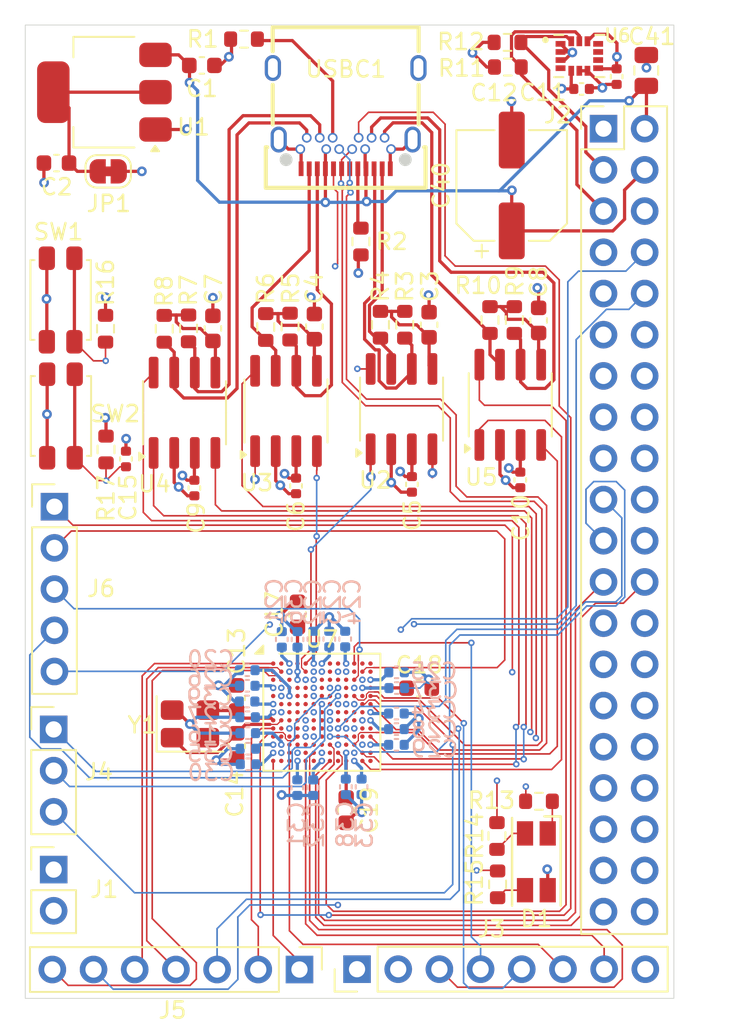
<source format=kicad_pcb>
(kicad_pcb (version 20241229) (generator "pcbnew") (generator_version "9.0")
  (layers (0 "F.Cu" signal "SIGNAL1") (4 "In1.Cu" power "GND1") (6 "In2.Cu" signal "SIGNAL2") (8 "In3.Cu" power "3.3V") (10 "In4.Cu" power "GND2") (2 "B.Cu" signal "SIGNAL3") (13 "F.Paste" user) (15 "B.Paste" user) (5 "F.SilkS" user "F.Silkscreen") (7 "B.SilkS" user "B.Silkscreen") (1 "F.Mask" user) (3 "B.Mask" user) (25 "Edge.Cuts" user))
  (net 0 "")
  (net 1 "GND")
  (net 2 "+3.3V")
  (net 3 "Net-(JP1-B)")
  (net 4 "/CAN3_H")
  (net 5 "/CAN2_H")
  (net 6 "/CAN1_H")
  (net 7 "/CAN4_H")
  (net 8 "/CAN2_L")
  (net 9 "/CAN1_L")
  (net 10 "/CAN4_L")
  (net 11 "/SBU2")
  (net 12 "/SBU1")
  (net 13 "/CAN3_L")
  (net 14 "/CAN4_E")
  (net 15 "/CAN2_E")
  (net 16 "/CAN3_R")
  (net 17 "/CAN1_R")
  (net 18 "/CAN3_T")
  (net 19 "/CAN1_E")
  (net 20 "/CAN1_T")
  (net 21 "/CAN2_R")
  (net 22 "/CAN2_T")
  (net 23 "/CAN4_T")
  (net 24 "/CAN3_E")
  (net 25 "/CAN4_R")
  (net 26 "+5V")
  (net 27 "Net-(USBC1-CC1)")
  (net 28 "Net-(USBC1-CC2)")
  (net 29 "Net-(U2-SPLIT)")
  (net 30 "Net-(U3-SPLIT)")
  (net 31 "Net-(U4-SPLIT)")
  (net 32 "Net-(U5-SPLIT)")
  (net 33 "Net-(U7-PH0)")
  (net 34 "Net-(U7-PH1)")
  (net 35 "Net-(U7-NRST)")
  (net 36 "Net-(C17-Pad1)")
  (net 37 "Net-(C18-Pad1)")
  (net 38 "Net-(C19-Pad1)")
  (net 39 "Net-(D1-GK)")
  (net 40 "Net-(D1-RK)")
  (net 41 "Net-(D1-BK)")
  (net 47 "/IMU_SCL")
  (net 50 "/IMU_SDA")
  (net 52 "/UART_RX")
  (net 62 "/SPI_MISO")
  (net 63 "/SPI_MOSI")
  (net 64 "/UART_TX")
  (net 70 "/SPI_SCK")
  (net 73 "/SPI_NSS")
  (net 77 "/SBU2_RELAY")
  (net 78 "/SOM_GPIO")
  (net 79 "/PWR_READOUT2")
  (net 80 "/VOLT_S")
  (net 81 "/VBAT_EN")
  (net 82 "/PWR_READOUT1")
  (net 83 "/BOOTKICK")
  (net 84 "/SBU1_RELAY")
  (net 85 "/FAN_SETUP")
  (net 86 "/FAN_TACHOMETER")
  (net 87 "/FAN_ENABLE")
  (net 88 "/AUDIO_SAI4_FS_B")
  (net 89 "/AUDIO_SAI4_SD_B")
  (net 90 "/AUDIO_SAI4_SCK_B")
  (net 91 "/AUDIO_DFSDM1_CKOUT")
  (net 92 "/AUDIO_SAI4_MCLK_B")
  (net 93 "/AUDIO_SAI4_SD_A")
  (net 94 "/AUDIO_DFSDM1_DATIN3")
  (net 95 "/SWDIO")
  (net 96 "/SWCLK")
  (net 97 "/JTDI")
  (net 98 "/NJTRST")
  (net 99 "/TRACESWO")
  (net 100 "/LED_RED")
  (net 101 "/LED_GREEN")
  (net 102 "/LED_BLUE")
  (net 103 "Net-(U7-BOOT0)")
  (net 111 "/USB_DM")
  (net 144 "/USB_DP")
  (footprint "Resistor_SMD:R_0603_1608Metric" (layer "F.Cu") (at 82.83 89.09 -90)
    (property "Reference" "R5")
    (property "Value" "60R")
  )
  (footprint "Connector_PinHeader_2.54mm:PinHeader_2x20_P2.54mm_Vertical" (layer "F.Cu") (at 102.16 76.89)
    (property "Reference" "J2")
    (property "Value" "Hat")
  )
  (footprint "Package_SO:SOIC-8_3.9x4.9mm_P1.27mm" (layer "F.Cu") (at 89.705 94.175 90)
    (property "Reference" "U2")
    (property "Value" "TJA1042T")
  )
  (footprint "Connector_PinHeader_2.54mm:PinHeader_1x07_P2.54mm_Vertical" (layer "F.Cu") (at 83.41 128.72 -90)
    (property "Reference" "J5")
    (property "Value" "Audio")
  )
  (footprint "Resistor_SMD:R_0603_1608Metric" (layer "F.Cu") (at 96.66 88.685 -90)
    (property "Reference" "R9")
    (property "Value" "60R")
  )
  (footprint "Capacitor_SMD:C_0603_1608Metric" (layer "F.Cu") (at 68.425 79.01)
    (property "Reference" "C2")
    (property "Value" "22pF")
  )
  (footprint "Resistor_SMD:R_0603_1608Metric" (layer "F.Cu") (at 95.16 88.685 90)
    (property "Reference" "R10")
    (property "Value" "60R")
  )
  (footprint "Capacitor_SMD:C_0402_1005Metric" (layer "F.Cu") (at 102.97 73.68 -90)
    (property "Reference" "C11")
    (property "Value" "100nF")
  )
  (footprint "Package_BGA:UFBGA-169_7x7mm_Layout13x13_P0.5mm" (layer "F.Cu") (at 84.79 112.86)
    (property "Reference" "U7")
    (property "Value" "STM32H725AGIx")
  )
  (footprint "Capacitor_SMD:C_0603_1608Metric" (layer "F.Cu") (at 79.53 111.98 90)
    (property "Reference" "C13")
    (property "Value" "15pF")
  )
  (footprint "Capacitor_SMD:C_0603_1608Metric" (layer "F.Cu") (at 79.54 114.935 -90)
    (property "Reference" "C14")
    (property "Value" "15pF")
  )
  (footprint "Package_SO:SOIC-8_3.9x4.9mm_P1.27mm" (layer "F.Cu") (at 82.58 94.29 90)
    (property "Reference" "U3")
    (property "Value" "TJA1042T")
  )
  (footprint "Resistor_SMD:R_0603_1608Metric" (layer "F.Cu") (at 96.24 71.57)
    (property "Reference" "R12")
    (property "Value" "10k")
  )
  (footprint "Resistor_SMD:R_0603_1608Metric" (layer "F.Cu") (at 95.59 120.49 -90)
    (property "Reference" "R14")
    (property "Value" "100R")
  )
  (footprint "Resistor_SMD:R_0603_1608Metric" (layer "F.Cu") (at 88.405 88.975 90)
    (property "Reference" "R4")
    (property "Value" "60R")
  )
  (footprint "Jumper:SolderJumper-2_P1.3mm_Bridged_RoundedPad1.0x1.5mm" (layer "F.Cu") (at 71.615 79.52 180)
    (property "Reference" "JP1")
    (property "Value" "~")
  )
  (footprint "Capacitor_SMD:C_0402_1005Metric" (layer "F.Cu") (at 83.2 98.91 -90)
    (property "Reference" "C6")
    (property "Value" "100nF")
  )
  (footprint "1_My_custom_library:PQFN50P250X300X86-14N" (layer "F.Cu") (at 100.67 72.41)
    (property "Reference" "U6")
    (property "Value" "LSM6DSOXTR")
  )
  (footprint "Capacitor_SMD:CP_Elec_6.3x5.4" (layer "F.Cu") (at 96.5 80.39 90)
    (property "Reference" "C40")
    (property "Value" "220uF")
  )
  (footprint "Capacitor_SMD:C_0603_1608Metric" (layer "F.Cu") (at 91.405 88.975 90)
    (property "Reference" "C3")
    (property "Value" "22nF")
  )
  (footprint "Capacitor_SMD:C_0603_1608Metric" (layer "F.Cu") (at 86.29 118.9 -90)
    (property "Reference" "C19")
    (property "Value" "2.2uF")
  )
  (footprint "LED_SMD:LED_RGB_1210" (layer "F.Cu") (at 98.02 122.08 -90)
    (property "Reference" "D1")
    (property "Value" "LED_RGBA")
  )
  (footprint "Connector_PinHeader_2.54mm:PinHeader_1x02_P2.54mm_Vertical" (layer "F.Cu") (at 68.25 122.56)
    (property "Reference" "J1")
    (property "Value" "PWR")
  )
  (footprint "Resistor_SMD:R_0603_1608Metric" (layer "F.Cu") (at 95.63 123.47 -90)
    (property "Reference" "R15")
    (property "Value" "100R")
  )
  (footprint "Connector_PinHeader_2.54mm:PinHeader_1x05_P2.54mm_Vertical" (layer "F.Cu") (at 68.3 100.19)
    (property "Reference" "J6")
    (property "Value" "SWD")
  )
  (footprint "Capacitor_SMD:C_0805_2012Metric" (layer "F.Cu") (at 104.8 73.3 90)
    (property "Reference" "C41")
    (property "Value" "22uF")
  )
  (footprint "Connector_PinHeader_2.54mm:PinHeader_1x03_P2.54mm_Vertical" (layer "F.Cu") (at 68.25 113.92)
    (property "Reference" "J4")
    (property "Value" "Fan")
  )
  (footprint "Resistor_SMD:R_0603_1608Metric" (layer "F.Cu") (at 89.905 88.975 -90)
    (property "Reference" "R3")
    (property "Value" "60R")
  )
  (footprint "Capacitor_SMD:C_0402_1005Metric" (layer "F.Cu") (at 97.03 98.54 -90)
    (property "Reference" "C10")
    (property "Value" "100nF")
  )
  (footprint "Crystal:Crystal_SMD_3225-4Pin_3.2x2.5mm" (layer "F.Cu") (at 76.66 113.58)
    (property "Reference" "Y1")
    (property "Value" "Crystal_GND24")
  )
  (footprint "Button_Switch_SMD:SW_SPST_EVQP2_ShortPushTravel_H2.1mm" (layer "F.Cu") (at 68.68 87.45 90)
    (property "Reference" "SW1")
    (property "Value" "DFU")
  )
  (footprint "Resistor_SMD:R_0603_1608Metric" (layer "F.Cu") (at 81.33 89.115 90)
    (property "Reference" "R6")
    (property "Value" "60R")
  )
  (footprint "Resistor_SMD:R_0603_1608Metric" (layer "F.Cu") (at 87.2 83.845 -90)
    (property "Reference" "R2")
    (property "Value" "5.1k")
  )
  (footprint "Capacitor_SMD:C_0603_1608Metric" (layer "F.Cu") (at 77.39 72.99 180)
    (property "Reference" "C1")
    (property "Value" "10pF")
  )
  (footprint "Resistor_SMD:R_0603_1608Metric" (layer "F.Cu") (at 75.07 89.225 90)
    (property "Reference" "R8")
    (property "Value" "60R")
  )
  (footprint "Resistor_SMD:R_0603_1608Metric" (layer "F.Cu") (at 96.26 73.09)
    (property "Reference" "R11")
    (property "Value" "10k")
  )
  (footprint "Resistor_SMD:R_0603_1608Metric" (layer "F.Cu") (at 79.99 71.37 180)
    (property "Reference" "R1")
    (property "Value" "5.1k")
  )
  (footprint "Resistor_SMD:R_0603_1608Metric" (layer "F.Cu") (at 76.57 89.2 -90)
    (property "Reference" "R7")
    (property "Value" "60R")
  )
  (footprint "Connector_PinHeader_2.54mm:PinHeader_1x08_P2.54mm_Vertical" (layer "F.Cu") (at 86.96 128.7 90)
    (property "Reference" "J3")
    (property "Value" "Others")
  )
  (footprint "Resistor_SMD:R_0603_1608Metric" (layer "F.Cu") (at 98.18 118.35)
    (property "Reference" "R13")
    (property "Value" "330R")
  )
  (footprint "Capacitor_SMD:C_0603_1608Metric" (layer "F.Cu") (at 90.795 111.38)
    (property "Reference" "C18")
    (property "Value" "2.2uF")
  )
  (footprint "1_My_custom_library:USB-C-SMD_TYPE-C-USB-20" (layer "F.Cu") (at 86.26 76.255 180)
    (property "Reference" "USBC1")
    (property "Value" "~")
    (fp_poly (pts (xy 4.071578 -2.59721) (xy 4.044552 -2.698073) (xy 3.992341 -2.788505) (xy 3.918505 -2.862341) (xy 3.828073 -2.914552) (xy 3.72721 -2.941578) (xy 3.62279 -2.941578) (xy 3.521927 -2.914552) (xy 3.431495 -2.862341) (xy 3.357659 -2.788505) (xy 3.305448 -2.698073) (xy 3.278422 -2.59721) (xy 3.278422 -2.49279) (xy 3.305448 -2.391927) (xy 3.357659 -2.301495) (xy 3.431495 -2.227659) (xy 3.521927 -2.175448) (xy 3.62279 -2.148422) (xy 3.72721 -2.148422) (xy 3.828073 -2.175448) (xy 3.918505 -2.227659) (xy 3.992341 -2.301495) (xy 4.044552 -2.391927) (xy 4.071578 -2.49279)) (fill yes) (layer "Edge.Cuts"))
    (fp_poly (pts (xy -3.278422 -2.59721) (xy -3.305448 -2.698073) (xy -3.357659 -2.788505) (xy -3.431495 -2.862341) (xy -3.521927 -2.914552) (xy -3.62279 -2.941578) (xy -3.72721 -2.941578) (xy -3.828073 -2.914552) (xy -3.918505 -2.862341) (xy -3.992341 -2.788505) (xy -4.044552 -2.698073) (xy -4.071578 -2.59721) (xy -4.071578 -2.49279) (xy -4.044552 -2.391927) (xy -3.992341 -2.301495) (xy -3.918505 -2.227659) (xy -3.828073 -2.175448) (xy -3.72721 -2.148422) (xy -3.62279 -2.148422) (xy -3.521927 -2.175448) (xy -3.431495 -2.227659) (xy -3.357659 -2.301495) (xy -3.305448 -2.391927) (xy -3.278422 -2.49279)) (fill yes) (layer "Edge.Cuts"))
  )
  (footprint "Package_SO:SOIC-8_3.9x4.9mm_P1.27mm" (layer "F.Cu") (at 96.41 93.91 90)
    (property "Reference" "U5")
    (property "Value" "TJA1042T")
  )
  (footprint "Capacitor_SMD:C_0402_1005Metric" (layer "F.Cu") (at 76.93 99.04 -90)
    (property "Reference" "C9")
    (property "Value" "100nF")
  )
  (footprint "Capacitor_SMD:C_0603_1608Metric" (layer "F.Cu") (at 78.07 89.2 90)
    (property "Reference" "C7")
    (property "Value" "22nF")
  )
  (footprint "Package_TO_SOT_SMD:SOT-223-3_TabPin2" (layer "F.Cu") (at 71.38 74.64 180)
    (property "Reference" "U1")
    (property "Value" "AMS1117-3.3")
  )
  (footprint "Capacitor_SMD:C_0603_1608Metric" (layer "F.Cu") (at 98.16 88.71 90)
    (property "Reference" "C8")
    (property "Value" "22nF")
  )
  (footprint "Package_SO:SOIC-8_3.9x4.9mm_P1.27mm" (layer "F.Cu") (at 76.32 94.4 90)
    (property "Reference" "U4")
    (property "Value" "TJA1042T")
  )
  (footprint "Capacitor_SMD:C_0603_1608Metric" (layer "F.Cu") (at 83.29 106.83 90)
    (property "Reference" "C17")
    (property "Value" "2.2uF")
  )
  (footprint "Resistor_SMD:R_0603_1608Metric" (layer "F.Cu") (at 71.48 96.665 -90)
    (property "Reference" "R17")
    (property "Value" "10k")
  )
  (footprint "Capacitor_SMD:C_0402_1005Metric" (layer "F.Cu") (at 72.71 97.25 90)
    (property "Reference" "C15")
    (property "Value" "100nF")
  )
  (footprint "Capacitor_SMD:C_0402_1005Metric" (layer "F.Cu") (at 100.81 74.44)
    (property "Reference" "C12")
    (property "Value" "100nF")
  )
  (footprint "Button_Switch_SMD:SW_SPST_EVQP2_ShortPushTravel_H2.1mm" (layer "F.Cu") (at 68.7 94.6 90)
    (property "Reference" "SW2")
    (property "Value" "RESET")
  )
  (footprint "Capacitor_SMD:C_0603_1608Metric" (layer "F.Cu") (at 84.33 89.09 90)
    (property "Reference" "C4")
    (property "Value" "22nF")
  )
  (footprint "Resistor_SMD:R_0603_1608Metric" (layer "F.Cu") (at 71.45 89.22 90)
    (property "Reference" "R16")
    (property "Value" "10k")
  )
  (footprint "Capacitor_SMD:C_0402_1005Metric" (layer "F.Cu") (at 90.345 98.815 -90)
    (property "Reference" "C5")
    (property "Value" "100nF")
  )
  (footprint "Capacitor_SMD:C_0402_1005Metric" (layer "B.Cu") (at 82.32 108.37 90)
    (property "Reference" "C21")
    (property "Value" "100nF")
  )
  (footprint "Capacitor_SMD:C_0402_1005Metric" (layer "B.Cu") (at 80.24 116.07 180)
    (property "Reference" "C30")
    (property "Value" "100nF")
  )
  (footprint "Capacitor_SMD:C_0402_1005Metric" (layer "B.Cu") (at 84.27 108.35 90)
    (property "Reference" "C22")
    (property "Value" "100nF")
  )
  (footprint "Capacitor_SMD:C_0402_1005Metric" (layer "B.Cu") (at 80.22 114.15 180)
    (property "Reference" "C16")
    (property "Value" "100nF")
  )
  (footprint "Capacitor_SMD:C_0402_1005Metric" (layer "B.Cu") (at 86.27 117.46 -90)
    (property "Reference" "C38")
    (property "Value" "100nF")
  )
  (footprint "Capacitor_SMD:C_0402_1005Metric" (layer "B.Cu") (at 80.23 115.11 180)
    (property "Reference" "C35")
    (property "Value" "100nF")
  )
  (footprint "Capacitor_SMD:C_0402_1005Metric" (layer "B.Cu") (at 80.21 113.17 180)
    (property "Reference" "C27")
    (property "Value" "100nF")
  )
  (footprint "Capacitor_SMD:C_0402_1005Metric" (layer "B.Cu") (at 89.41 111.37)
    (property "Reference" "C37")
    (property "Value" "100nF")
  )
  (footprint "Capacitor_SMD:C_0402_1005Metric" (layer "B.Cu") (at 80.19 110.27 180)
    (property "Reference" "C20")
    (property "Value" "100nF")
  )
  (footprint "Capacitor_SMD:C_0402_1005Metric" (layer "B.Cu") (at 89.39 113.9)
    (property "Reference" "C28")
    (property "Value" "100nF")
  )
  (footprint "Capacitor_SMD:C_0402_1005Metric" (layer "B.Cu") (at 80.18 112.2 180)
    (property "Reference" "C39")
    (property "Value" "100nF")
  )
  (footprint "Capacitor_SMD:C_0402_1005Metric" (layer "B.Cu") (at 89.39 112.94)
    (property "Reference" "C34")
    (property "Value" "100nF")
  )
  (footprint "Capacitor_SMD:C_0402_1005Metric" (layer "B.Cu") (at 84.26 117.51 -90)
    (property "Reference" "C32")
    (property "Value" "100nF")
  )
  (footprint "Capacitor_SMD:C_0402_1005Metric" (layer "B.Cu") (at 87.24 117.46 -90)
    (property "Reference" "C33")
    (property "Value" "100nF")
  )
  (footprint "Capacitor_SMD:C_0402_1005Metric" (layer "B.Cu") (at 83.28 117.51 -90)
    (property "Reference" "C31")
    (property "Value" "100nF")
  )
  (footprint "Capacitor_SMD:C_0402_1005Metric" (layer "B.Cu") (at 89.39 114.87)
    (property "Reference" "C29")
    (property "Value" "100nF")
  )
  (footprint "Capacitor_SMD:C_0402_1005Metric" (layer "B.Cu") (at 86.23 108.35 90)
    (property "Reference" "C24")
    (property "Value" "100nF")
  )
  (footprint "Capacitor_SMD:C_0402_1005Metric" (layer "B.Cu") (at 85.25 108.35 90)
    (property "Reference" "C23")
    (property "Value" "100nF")
  )
  (footprint "Capacitor_SMD:C_0402_1005Metric" (layer "B.Cu") (at 83.29 108.37 90)
    (property "Reference" "C36")
    (property "Value" "100nF")
  )
  (footprint "Capacitor_SMD:C_0402_1005Metric" (layer "B.Cu") (at 80.19 111.23 180)
    (property "Reference" "C26")
    (property "Value" "100nF")
  )
  (footprint "Capacitor_SMD:C_0402_1005Metric" (layer "B.Cu") (at 89.4 110.4)
    (property "Reference" "C25")
    (property "Value" "100nF")
  )
  (gr_rect (start 66.5 70.5) (end 106.5 130.5) (stroke (width 0.05)) (fill no) (layer "Edge.Cuts"))
  (segment (start 82.75 99.39) (end 82.23 98.87) (width 0.2) (layer "F.Cu") (net 1))
  (segment (start 82.14 77.55) (end 82.13 77.56) (width 0.2) (layer "F.Cu") (net 1))
  (segment (start 76.93 99.52) (end 76.51 99.52) (width 0.2) (layer "F.Cu") (net 1))
  (segment (start 95.775 96.385) (end 95.775 98.205) (width 0.2) (layer "F.Cu") (net 1))
  (segment (start 90.345 99.295) (end 89.675 99.295) (width 0.2) (layer "F.Cu") (net 1))
  (segment (start 99.51 72.66) (end 99.77 72.66) (width 0.2) (layer "F.Cu") (net 1))
  (segment (start 75.79 112.73) (end 76.65 113.59) (width 0.2) (layer "F.Cu") (net 1))
  (segment (start 75.96 98.97) (end 75.685 98.695) (width 0.2) (layer "F.Cu") (net 1))
  (segment (start 77.76 114.43) (end 77.49 114.43) (width 0.2) (layer "F.Cu") (net 1))
  (segment (start 89.0105 78.1995) (end 89.06 78.15) (width 0.2) (layer "F.Cu") (net 1))
  (segment (start 67.65 79.01) (end 67.65 80.21) (width 0.2) (layer "F.Cu") (net 1))
  (segment (start 84.33 88.315) (end 84.33 87.5) (width 0.2) (layer "F.Cu") (net 1))
  (segment (start 89.06 78.15) (end 89.8 78.15) (width 0.2) (layer "F.Cu") (net 1))
  (segment (start 98.16 86.78) (end 98.08 86.7) (width 0.2) (layer "F.Cu") (net 1))
  (segment (start 96.59 99.02) (end 97.03 99.02) (width 0.2) (layer "F.Cu") (net 1))
  (segment (start 102.3 74.16) (end 102.09 74.37) (width 0.2) (layer "F.Cu") (net 1))
  (segment (start 100.04 72.19) (end 100.24 72.19) (width 0.2) (layer "F.Cu") (net 1))
  (segment (start 79.06 72.46) (end 79.22 72.3) (width 0.2) (layer "F.Cu") (net 1))
  (segment (start 83.2 99.39) (end 82.75 99.39) (width 0.2) (layer "F.Cu") (net 1))
  (segment (start 67.85 92.025) (end 67.85 94.48) (width 0.2) (layer "F.Cu") (net 1))
  (segment (start 83.51 79.36) (end 83.51 78.2) (width 0.2) (layer "F.Cu") (net 1))
  (segment (start 102.97 74.16) (end 102.3 74.16) (width 0.2) (layer "F.Cu") (net 1))
  (segment (start 104.81 73.13) (end 104.81 72.22) (width 0.2) (layer "F.Cu") (net 1))
  (segment (start 79.4338 115.8162) (end 79.54 115.71) (width 0.2) (layer "F.Cu") (net 1))
  (segment (start 82.23 98.87) (end 81.945 98.585) (width 0.2) (layer "F.Cu") (net 1))
  (segment (start 96.5 77.59) (end 96.5 75.23) (width 0.2) (layer "F.Cu") (net 1))
  (segment (start 67.84 94.49) (end 67.85 94.5) (width 0.2) (layer "F.Cu") (net 1))
  (segment (start 102.09 74.24) (end 101.505 73.655) (width 0.2) (layer "F.Cu") (net 1))
  (segment (start 83.0612 106.055) (end 82.21 106.9062) (width 0.2) (layer "F.Cu") (net 1))
  (segment (start 96.125 98.555) (end 96.59 99.02) (width 0.2) (layer "F.Cu") (net 1))
  (segment (start 86.99 85.74) (end 87.04 85.79) (width 0.2) (layer "F.Cu") (net 1))
  (segment (start 78.53 72.99) (end 78.165 72.99) (width 0.2) (layer "F.Cu") (net 1))
  (segment (start 99.77 72.66) (end 100.24 72.19) (width 0.2) (layer "F.Cu") (net 1))
  (segment (start 90.39 73.51) (end 90.75 73.15) (width 0.2) (layer "F.Cu") (net 1))
  (segment (start 76.45 76.94) (end 76.48 76.91) (width 0.2) (layer "F.Cu") (net 1))
  (segment (start 91.405 87.185) (end 91.37 87.15) (width 0.2) (layer "F.Cu") (net 1))
  (segment (start 87.25 119.03) (end 86.935 119.03) (width 0.2) (layer "F.Cu") (net 1))
  (segment (start 89.07 98.7) (end 89.07 96.65) (width 0.2) (layer "F.Cu") (net 1))
  (segment (start 101.36 74.37) (end 101.29 74.44) (width 0.2) (layer "F.Cu") (net 1))
  (segment (start 72.71 96.77) (end 72.71 96.01) (width 0.2) (layer "F.Cu") (net 1))
  (segment (start 77.49 114.43) (end 76.65 113.59) (width 0.2) (layer "F.Cu") (net 1))
  (segment (start 102.09 74.37) (end 102.09 74.24) (width 0.2) (layer "F.Cu") (net 1))
  (segment (start 75.56 112.73) (end 75.79 112.73) (width 0.2) (layer "F.Cu") (net 1))
  (segment (start 89.08 98.7) (end 89.07 98.7) (width 0.2) (layer "F.Cu") (net 1))
  (segment (start 79.53 111.205) (end 78.415 111.205) (width 0.2) (layer "F.Cu") (net 1))
  (segment (start 87.04 84.83) (end 87.2 84.67) (width 0.2) (layer "F.Cu") (net 1))
  (segment (start 75.685 98.695) (end 75.685 96.875) (width 0.2) (layer "F.Cu") (net 1))
  (segment (start 98.16 87.935) (end 98.16 86.78) (width 0.2) (layer "F.Cu") (net 1))
  (segment (start 71.45 88.395) (end 71.45 87.29) (width 0.2) (layer "F.Cu") (net 1))
  (segment (start 91.57 111.023465) (end 91.57 111.38) (width 0.2) (layer "F.Cu") (net 1))
  (segment (start 71.45 87.29) (end 71.46 87.28) (width 0.2) (layer "F.Cu") (net 1))
  (segment (start 72.71 96.01) (end 72.72 96) (width 0.2) (layer "F.Cu") (net 1))
  (segment (start 89.675 99.295) (end 89.08 98.7) (width 0.2) (layer "F.Cu") (net 1))
  (segment (start 78.415 111.205) (end 78.41 111.2) (width 0.2) (layer "F.Cu") (net 1))
  (segment (start 89.8 78.15) (end 90.39 77.56) (width 0.2) (layer "F.Cu") (net 1))
  (segment (start 81.77 73.15) (end 82.14 73.52) (width 0.2) (layer "F.Cu") (net 1))
  (segment (start 96.5 75.23) (end 96.48 75.21) (width 0.2) (layer "F.Cu") (net 1))
  (segment (start 67.85 94.5) (end 67.85 97.175) (width 0.2) (layer "F.Cu") (net 1))
  (segment (start 83.29 106.055) (end 83.0612 106.055) (width 0.2) (layer "F.Cu") (net 1))
  (segment (start 78.286805 115.8162) (end 79.4338 115.8162) (width 0.2) (layer "F.Cu") (net 1))
  (segment (start 74.53 76.94) (end 76.45 76.94) (width 0.2) (layer "F.Cu") (net 1))
  (segment (start 67.85 94.48) (end 67.84 94.49) (width 0.2) (layer "F.Cu") (net 1))
  (segment (start 100.21 72.16) (end 100.24 72.19) (width 0.2) (layer "F.Cu") (net 1))
  (segment (start 99.51 71.66) (end 100.04 72.19) (width 0.2) (layer "F.Cu") (net 1))
  (segment (start 79.06 72.46) (end 78.53 72.99) (width 0.2) (layer "F.Cu") (net 1))
  (segment (start 78.07 88.425) (end 78.07 87.31) (width 0.2) (layer "F.Cu") (net 1))
  (segment (start 76.51 99.52) (end 75.96 98.97) (width 0.2) (layer "F.Cu") (net 1))
  (segment (start 89.0105 79.36) (end 89.0105 78.1995) (width 0.2) (layer "F.Cu") (net 1))
  (segment (start 83.46 78.15) (end 82.72 78.15) (width 0.2) (layer "F.Cu") (net 1))
  (segment (start 101.17 73.32) (end 100.67 73.32) (width 0.2) (layer "F.Cu") (net 1))
  (segment (start 91.405 88.2) (end 91.405 87.185) (width 0.2) (layer "F.Cu") (net 1))
  (segment (start 79.22 71.425) (end 79.165 71.37) (width 0.2) (layer "F.Cu") (net 1))
  (segment (start 87.04 85.79) (end 87.04 84.83) (width 0.2) (layer "F.Cu") (net 1))
  (segment (start 99.51 72.16) (end 100.21 72.16) (width 0.2) (layer "F.Cu") (net 1))
  (segment (start 102.09 74.37) (end 101.36 74.37) (width 0.2) (layer "F.Cu") (net 1))
  (segment (start 82.72 78.15) (end 82.13 77.56) (width 0.2) (layer "F.Cu") (net 1))
  (segment (start 101.505 73.655) (end 101.17 73.32) (width 0.2) (layer "F.Cu") (net 1))
  (segment (start 79.22 72.3) (end 79.22 71.425) (width 0.2) (layer "F.Cu") (net 1))
  (segment (start 91.376369 110.829834) (end 91.57 111.023465) (width 0.2) (layer "F.Cu") (net 1))
  (segment (start 81.945 98.585) (end 81.945 96.765) (width 0.2) (layer "F.Cu") (net 1))
  (segment (start 82.23 98.87) (end 82.145 98.785) (width 0.2) (layer "F.Cu") (net 1))
  (segment (start 67.65 80.21) (end 67.66 80.22) (width 0.2) (layer "F.Cu") (net 1))
  (segment (start 83.51 78.2) (end 83.46 78.15) (width 0.2) (layer "F.Cu") (net 1))
  (segment (start 86.935 119.03) (end 86.29 119.675) (width 0.2) (layer "F.Cu") (net 1))
  (segment (start 84.33 87.5) (end 84.11 87.28) (width 0.2) (layer "F.Cu") (net 1))
  (segment (start 95.775 98.205) (end 96.125 98.555) (width 0.2) (layer "F.Cu") (net 1))
  (via (at 83.29 115.36) (size 0.4) (drill 0.2) (layers "F.Cu" "B.Cu") (net 1))
  (via (at 96.48 75.21) (size 0.6) (drill 0.3) (layers "F.Cu" "B.Cu") (net 1))
  (via (at 98.08 86.7) (size 0.6) (drill 0.3) (layers "F.Cu" "B.Cu") (net 1))
  (via (at 82.21 106.9062) (size 0.6) (drill 0.3) (layers "F.Cu" "B.Cu") (net 1))
  (via (at 86.79 115.36) (size 0.4) (drill 0.2) (layers "F.Cu" "B.Cu") (net 1))
  (via (at 78.286805 115.8162) (size 0.6) (drill 0.3) (layers "F.Cu" "B.Cu") (net 1))
  (via (at 91.376369 110.829834) (size 0.6) (drill 0.3) (layers "F.Cu" "B.Cu") (net 1))
  (via (at 82.79 110.36) (size 0.4) (drill 0.2) (layers "F.Cu" "B.Cu") (net 1))
  (via (at 91.37 87.15) (size 0.6) (drill 0.3) (layers "F.Cu" "B.Cu") (net 1))
  (via (at 85.29 111.36) (size 0.4) (drill 0.2) (layers "F.Cu" "B.Cu") (net 1))
  (via (at 84.11 87.28) (size 0.6) (drill 0.3) (layers "F.Cu" "B.Cu") (net 1))
  (via (at 78.07 87.31) (size 0.6) (drill 0.3) (layers "F.Cu" "B.Cu") (net 1))
  (via (at 85.79 110.36) (size 0.4) (drill 0.2) (layers "F.Cu" "B.Cu") (net 1))
  (via (at 82.29 112.86) (size 0.4) (drill 0.2) (layers "F.Cu" "B.Cu") (net 1))
  (via (at 87.29 110.86) (size 0.4) (drill 0.2) (layers "F.Cu" "B.Cu") (net 1))
  (via (at 96.125 98.555) (size 0.6) (drill 0.3) (layers "F.Cu" "B.Cu") (net 1))
  (via (at 75.96 98.97) (size 0.6) (drill 0.3) (layers "F.Cu" "B.Cu") (net 1))
  (via (at 102.09 74.37) (size 0.6) (drill 0.3) (layers "F.Cu" "B.Cu") (net 1))
  (via (at 87.29 114.86) (size 0.4) (drill 0.2) (layers "F.Cu" "B.Cu") (net 1))
  (via (at 82.29 115.36) (size 0.4) (drill 0.2) (layers "F.Cu" "B.Cu") (net 1))
  (via (at 76.48 76.91) (size 0.6) (drill 0.3) (layers "F.Cu" "B.Cu") (net 1))
  (via (at 104.81 73.13) (size 0.6) (drill 0.3) (layers "F.Cu" "B.Cu") (net 1))
  (via (at 82.23 98.87) (size 0.6) (drill 0.3) (layers "F.Cu" "B.Cu") (net 1))
  (via (at 87.29 113.36) (size 0.4) (drill 0.2) (layers "F.Cu" "B.Cu") (net 1))
  (via (at 89.07 98.7) (size 0.6) (drill 0.3) (layers "F.Cu" "B.Cu") (net 1))
  (via (at 78.41 111.2) (size 0.6) (drill 0.3) (layers "F.Cu" "B.Cu") (net 1))
  (via (at 82.31 117.96) (size 0.6) (drill 0.3) (layers "F.Cu" "B.Cu") (net 1))
  (via (at 72.72 96) (size 0.6) (drill 0.3) (layers "F.Cu" "B.Cu") (net 1))
  (via (at 67.66 80.22) (size 0.6) (drill 0.3) (layers "F.Cu" "B.Cu") (net 1))
  (via (at 79.06 72.46) (size 0.6) (drill 0.3) (layers "F.Cu" "B.Cu") (net 1))
  (via (at 85.25 106.99) (size 0.6) (drill 0.3) (layers "F.Cu" "B.Cu") (net 1))
  (via (at 76.65 113.59) (size 0.6) (drill 0.3) (layers "F.Cu" "B.Cu") (net 1))
  (via (at 90.77 113.25) (size 0.6) (drill 0.3) (layers "F.Cu" "B.Cu") (net 1))
  (via (at 87.25 119.03) (size 0.6) (drill 0.3) (layers "F.Cu" "B.Cu") (net 1))
  (via (at 86.29 110.36) (size 0.4) (drill 0.2) (layers "F.Cu" "B.Cu") (net 1))
  (via (at 82.29 111.36) (size 0.4) (drill 0.2) (layers "F.Cu" "B.Cu") (net 1))
  (via (at 100.24 72.19) (size 0.6) (drill 0.3) (layers "F.Cu" "B.Cu") (net 1))
  (via (at 87.04 85.79) (size 0.6) (drill 0.3) (layers "F.Cu" "B.Cu") (net 1))
  (via (at 84.79 110.36) (size 0.4) (drill 0.2) (layers "F.Cu" "B.Cu") (net 1))
  (via (at 71.46 87.28) (size 0.6) (drill 0.3) (layers "F.Cu" "B.Cu") (net 1))
  (via (at 84.79 115.36) (size 0.4) (drill 0.2) (layers "F.Cu" "B.Cu") (net 1))
  (via (at 67.84 94.49) (size 0.6) (drill 0.3) (layers "F.Cu" "B.Cu") (net 1))
  (via (at 82.79 113.86) (size 0.4) (drill 0.2) (layers "F.Cu" "B.Cu") (net 1))
  (via (at 82.29 111.86) (size 0.4) (drill 0.2) (layers "F.Cu" "B.Cu") (net 1))
  (segment (start 78.993005 115.11) (end 78.286805 115.8162) (width 0.2) (layer "B.Cu") (net 1))
  (segment (start 79.41 112.2) (end 78.41 111.2) (width 0.2) (layer "B.Cu") (net 1))
  (segment (start 89.87 112.94) (end 90.46 112.94) (width 0.2) (layer "B.Cu") (net 1))
  (segment (start 83.28 117.99) (end 84.26 117.99) (width 0.2) (layer "B.Cu") (net 1))
  (segment (start 79.68 111.2) (end 79.71 111.23) (width 0.2) (layer "B.Cu") (net 1))
  (segment (start 82.32 107.89) (end 82.32 107.0162) (width 0.2) (layer "B.Cu") (net 1))
  (segment (start 78.41 111.2) (end 78.78 111.2) (width 0.2) (layer "B.Cu") (net 1))
  (segment (start 91.376369 110.829834) (end 90.946535 110.4) (width 0.2) (layer "B.Cu") (net 1))
  (segment (start 79.75 115.11) (end 78.993005 115.11) (width 0.2) (layer "B.Cu") (net 1))
  (segment (start 85.35 106.99) (end 86.23 107.87) (width 0.2) (layer "B.Cu") (net 1))
  (segment (start 83.29 107.89) (end 83.1938 107.89) (width 0.2) (layer "B.Cu") (net 1))
  (segment (start 79.76 116.07) (end 78.540605 116.07) (width 0.2) (layer "B.Cu") (net 1))
  (segment (start 85.25 106.99) (end 85.35 106.99) (width 0.2) (layer "B.Cu") (net 1))
  (segment (start 78.78 111.2) (end 79.71 110.27) (width 0.2) (layer "B.Cu") (net 1))
  (segment (start 90.946535 110.4) (end 89.88 110.4) (width 0.2) (layer "B.Cu") (net 1))
  (segment (start 90.77 113.25) (end 90.77 113.97) (width 0.2) (layer "B.Cu") (net 1))
  (segment (start 78.41 111.2) (end 79.68 111.2) (width 0.2) (layer "B.Cu") (net 1))
  (segment (start 83.1938 107.89) (end 82.21 106.9062) (width 0.2) (layer "B.Cu") (net 1))
  (segment (start 82.32 107.0162) (end 82.21 106.9062) (width 0.2) (layer "B.Cu") (net 1))
  (segment (start 90.836203 111.37) (end 91.376369 110.829834) (width 0.1) (layer "B.Cu") (net 1))
  (segment (start 79.7 112.2) (end 79.41 112.2) (width 0.2) (layer "B.Cu") (net 1))
  (segment (start 87.25 119.03) (end 87.25 118.92) (width 0.2) (layer "B.Cu") (net 1))
  (segment (start 83.28 117.99) (end 82.34 117.99) (width 0.2) (layer "B.Cu") (net 1))
  (segment (start 90.46 112.94) (end 90.77 113.25) (width 0.2) (layer "B.Cu") (net 1))
  (segment (start 87.24 117.94) (end 87.24 119.02) (width 0.2) (layer "B.Cu") (net 1))
  (segment (start 85.15 106.99) (end 84.27 107.87) (width 0.2) (layer "B.Cu") (net 1))
  (segment (start 82.34 117.99) (end 82.31 117.96) (width 0.2) (layer "B.Cu") (net 1))
  (segment (start 87.25 118.92) (end 86.27 117.94) (width 0.2) (layer "B.Cu") (net 1))
  (segment (start 90.77 113.25) (end 90.52 113.25) (width 0.2) (layer "B.Cu") (net 1))
  (segment (start 76.65 113.59) (end 77.21 114.15) (width 0.2) (layer "B.Cu") (net 1))
  (segment (start 77.21 114.15) (end 79.74 114.15) (width 0.2) (layer "B.Cu") (net 1))
  (segment (start 85.25 107.87) (end 85.25 106.99) (width 0.2) (layer "B.Cu") (net 1))
  (segment (start 78.540605 116.07) (end 78.286805 115.8162) (width 0.2) (layer "B.Cu") (net 1))
  (segment (start 89.89 111.37) (end 90.836203 111.37) (width 0.1) (layer "B.Cu") (net 1))
  (segment (start 90.52 113.25) (end 89.87 113.9) (width 0.2) (layer "B.Cu") (net 1))
  (segment (start 87.24 119.02) (end 87.25 119.03) (width 0.2) (layer "B.Cu") (net 1))
  (segment (start 77.07 113.17) (end 76.65 113.59) (width 0.2) (layer "B.Cu") (net 1))
  (segment (start 85.25 106.99) (end 85.15 106.99) (width 0.2) (layer "B.Cu") (net 1))
  (segment (start 90.77 113.97) (end 89.87 114.87) (width 0.2) (layer "B.Cu") (net 1))
  (segment (start 79.73 113.17) (end 77.07 113.17) (width 0.2) (layer "B.Cu") (net 1))
  (segment (start 89.935 98.335) (end 89.62 98.02) (width 0.2) (layer "F.Cu") (net 2))
  (segment (start 100.33 74.44) (end 99.59 74.44) (width 0.2) (layer "F.Cu") (net 2))
  (segment (start 83.2 98.43) (end 82.76 98.43) (width 0.2) (layer "F.Cu") (net 2))
  (segment (start 102.99 71.62) (end 102.99 72.46) (width 0.2) (layer "F.Cu") (net 2))
  (segment (start 83.2 96.78) (end 83.215 96.765) (width 0.2) (layer "F.Cu") (net 2))
  (segment (start 73.74 79.47) (end 73.69 79.52) (width 0.2) (layer "F.Cu") (net 2))
  (segment (start 76.93 96.9) (end 76.955 96.875) (width 0.2) (layer "F.Cu") (net 2))
  (segment (start 90.345 96.655) (end 90.34 96.65) (width 0.2) (layer "F.Cu") (net 2))
  (segment (start 101.6 71.07) (end 102.44 71.07) (width 0.2) (layer "F.Cu") (net 2))
  (segment (start 102.97 72.48) (end 102.99 72.46) (width 0.2) (layer "F.Cu") (net 2))
  (segment (start 67.83 90.025) (end 67.83 87.4) (width 0.2) (layer "F.Cu") (net 2))
  (segment (start 95.435 73.09) (end 94.96 73.09) (width 0.2) (layer "F.Cu") (net 2))
  (segment (start 102.97 73.2) (end 102.97 72.48) (width 0.2) (layer "F.Cu") (net 2))
  (segment (start 67.83 87.36) (end 67.81 87.38) (width 0.2) (layer "F.Cu") (net 2))
  (segment (start 102.44 71.07) (end 102.99 71.62) (width 0.2) (layer "F.Cu") (net 2))
  (segment (start 71.48 94.75) (end 71.44 94.71) (width 0.2) (layer "F.Cu") (net 2))
  (segment (start 72.265 79.52) (end 73.69 79.52) (width 0.2) (layer "F.Cu") (net 2))
  (segment (start 67.83 87.4) (end 67.81 87.38) (width 0.2) (layer "F.Cu") (net 2))
  (segment (start 82.76 98.43) (end 82.49 98.16) (width 0.2) (layer "F.Cu") (net 2))
  (segment (start 97.03 98.06) (end 96.57 98.06) (width 0.2) (layer "F.Cu") (net 2))
  (segment (start 102.97 73.2) (end 101.87 73.2) (width 0.2) (layer "F.Cu") (net 2))
  (segment (start 95.415 71.57) (end 94.72 71.57) (width 0.2) (layer "F.Cu") (net 2))
  (segment (start 76.93 98.56) (end 76.93 96.9) (width 0.2) (layer "F.Cu") (net 2))
  (segment (start 90.345 98.335) (end 89.935 98.335) (width 0.2) (layer "F.Cu") (net 2))
  (segment (start 71.48 95.84) (end 71.48 94.75) (width 0.2) (layer "F.Cu") (net 2))
  (segment (start 101.17 71.5) (end 101.6 71.07) (width 0.2) (layer "F.Cu") (net 2))
  (segment (start 67.83 84.875) (end 67.83 87.36) (width 0.2) (layer "F.Cu") (net 2))
  (segment (start 94.96 73.09) (end 94.08 72.21) (width 0.2) (layer "F.Cu") (net 2))
  (segment (start 96.57 98.06) (end 96.32 97.81) (width 0.2) (layer "F.Cu") (net 2))
  (segment (start 98.72 123.83) (end 98.72 122.57) (width 0.2) (layer "F.Cu") (net 2))
  (segment (start 99.59 74.44) (end 99.57 74.42) (width 0.2) (layer "F.Cu") (net 2))
  (segment (start 100.17 74.28) (end 100.17 73.32) (width 0.2) (layer "F.Cu") (net 2))
  (segment (start 76.93 98.56) (end 76.48 98.56) (width 0.2) (layer "F.Cu") (net 2))
  (segment (start 76.48 98.56) (end 76.19 98.27) (width 0.2) (layer "F.Cu") (net 2))
  (segment (start 90.345 98.335) (end 90.345 96.655) (width 0.2) (layer "F.Cu") (net 2))
  (segment (start 97.03 98.06) (end 97.03 96.4) (width 0.2) (layer "F.Cu") (net 2))
  (segment (start 83.2 98.43) (end 83.2 96.78) (width 0.2) (layer "F.Cu") (net 2))
  (segment (start 97.03 96.4) (end 97.045 96.385) (width 0.2) (layer "F.Cu") (net 2))
  (segment (start 94.72 71.57) (end 94.08 72.21) (width 0.2) (layer "F.Cu") (net 2))
  (segment (start 100.33 74.44) (end 100.17 74.28) (width 0.2) (layer "F.Cu") (net 2))
  (segment (start 101.87 73.2) (end 101.83 73.16) (width 0.2) (layer "F.Cu") (net 2))
  (via (at 87.79 112.86) (size 0.4) (drill 0.2) (layers "F.Cu" "B.Cu") (net 2))
  (via (at 87.79 113.36) (size 0.4) (drill 0.2) (layers "F.Cu" "B.Cu") (net 2))
  (via (at 86.29 109.86) (size 0.4) (drill 0.2) (layers "F.Cu" "B.Cu") (net 2))
  (via (at 87.29 111.36) (size 0.4) (drill 0.2) (layers "F.Cu" "B.Cu") (net 2))
  (via (at 81.79 114.86) (size 0.4) (drill 0.2) (layers "F.Cu" "B.Cu") (net 2))
  (via (at 84.29 109.86) (size 0.4) (drill 0.2) (layers "F.Cu" "B.Cu") (net 2))
  (via (at 73.69 79.52) (size 0.6) (drill 0.3) (layers "F.Cu" "B.Cu") (net 2))
  (via (at 96.32 97.81) (size 0.6) (drill 0.3) (layers "F.Cu" "B.Cu") (net 2))
  (via (at 81.79 112.36) (size 0.4) (drill 0.2) (layers "F.Cu" "B.Cu") (net 2))
  (via (at 102.99 72.46) (size 0.6) (drill 0.3) (layers "F.Cu" "B.Cu") (net 2))
  (via (at 81.79 112.86) (size 0.4) (drill 0.2) (layers "F.Cu" "B.Cu") (net 2))
  (via (at 87.79 114.86) (size 0.4) (drill 0.2) (layers "F.Cu" "B.Cu") (net 2))
  (via (at 84.79 109.86) (size 0.4) (drill 0.2) (layers "F.Cu" "B.Cu") (net 2))
  (via (at 83.29 110.36) (size 0.4) (drill 0.2) (layers "F.Cu" "B.Cu") (net 2))
  (via (at 67.81 87.38) (size 0.6) (drill 0.3) (layers "F.Cu" "B.Cu") (net 2))
  (via (at 94.08 72.21) (size 0.6) (drill 0.3) (layers "F.Cu" "B.Cu") (net 2))
  (via (at 99.57 74.42) (size 0.6) (drill 0.3) (layers "F.Cu" "B.Cu") (net 2))
  (via (at 86.29 115.36) (size 0.4) (drill 0.2) (layers "F.Cu" "B.Cu") (net 2))
  (via (at 81.79 111.36) (size 0.4) (drill 0.2) (layers "F.Cu" "B.Cu") (net 2))
  (via (at 76.19 98.27) (size 0.6) (drill 0.3) (layers "F.Cu" "B.Cu") (net 2))
  (via (at 89.62 98.02) (size 0.6) (drill 0.3) (layers "F.Cu" "B.Cu") (net 2))
  (via (at 82.79 109.86) (size 0.4) (drill 0.2) (layers "F.Cu" "B.Cu") (net 2))
  (via (at 71.44 94.71) (size 0.6) (drill 0.3) (layers "F.Cu" "B.Cu") (net 2))
  (via (at 82.49 98.16) (size 0.6) (drill 0.3) (layers "F.Cu" "B.Cu") (net 2))
  (via (at 82.29 114.86) (size 0.4) (drill 0.2) (layers "F.Cu" "B.Cu") (net 2))
  (via (at 83.29 115.86) (size 0.4) (drill 0.2) (layers "F.Cu" "B.Cu") (net 2))
  (via (at 83.29 110.86) (size 0.4) (drill 0.2) (layers "F.Cu" "B.Cu") (net 2))
  (via (at 84.79 115.86) (size 0.4) (drill 0.2) (layers "F.Cu" "B.Cu") (net 2))
  (via (at 81.79 115.36) (size 0.4) (drill 0.2) (layers "F.Cu" "B.Cu") (net 2))
  (via (at 87.79 110.86) (size 0.4) (drill 0.2) (layers "F.Cu" "B.Cu") (net 2))
  (via (at 82.79 111.86) (size 0.4) (drill 0.2) (layers "F.Cu" "B.Cu") (net 2))
  (via (at 98.69 122.54) (size 0.6) (drill 0.3) (layers "F.Cu" "B.Cu") (net 2))
  (via (at 86.79 115.86) (size 0.4) (drill 0.2) (layers "F.Cu" "B.Cu") (net 2))
  (segment (start 88.91 113.9) (end 88.33 113.9) (width 0.2) (layer "B.Cu") (net 2))
  (segment (start 87.8 114.87) (end 87.79 114.86) (width 0.2) (layer "B.Cu") (net 2))
  (segment (start 84.27 109.84) (end 84.29 109.86) (width 0.2) (layer "B.Cu") (net 2))
  (segment (start 84.26 117.03) (end 84.26 116.39) (width 0.2) (layer "B.Cu") (net 2))
  (segment (start 81.66 111.23) (end 81.79 111.36) (width 0.2) (layer "B.Cu") (net 2))
  (segment (start 80.69 113.17) (end 81.48 113.17) (width 0.2) (layer "B.Cu") (net 2))
  (segment (start 85.25 109.4) (end 84.79 109.86) (width 0.2) (layer "B.Cu") (net 2))
  (segment (start 88.93 111.37) (end 87.3 111.37) (width 0.2) (layer "B.Cu") (net 2))
  (segment (start 80.72 116.07) (end 81.08 116.07) (width 0.2) (layer "B.Cu") (net 2))
  (segment (start 80.67 111.23) (end 81.66 111.23) (width 0.2) (layer "B.Cu") (net 2))
  (segment (start 82.29 114.669082) (end 82.29 114.86) (width 0.2) (layer "B.Cu") (net 2))
  (segment (start 80.71 115.11) (end 80.96 114.86) (width 0.2) (layer "B.Cu") (net 2))
  (segment (start 83.28 115.87) (end 83.29 115.86) (width 0.2) (layer "B.Cu") (net 2))
  (segment (start 80.82 112.36) (end 80.66 112.2) (width 0.2) (layer "B.Cu") (net 2))
  (segment (start 82.32 108.85) (end 82.32 109.39) (width 0.2) (layer "B.Cu") (net 2))
  (segment (start 82.79 111.326558) (end 82.79 111.86) (width 0.2) (layer "B.Cu") (net 2))
  (segment (start 88.46 110.86) (end 88.92 110.4) (width 0.2) (layer "B.Cu") (net 2))
  (segment (start 87.3 111.37) (end 87.29 111.36) (width 0.2) (layer "B.Cu") (net 2))
  (segment (start 86.23 109.8) (end 86.29 109.86) (width 0.2) (layer "B.Cu") (net 2))
  (segment (start 88.33 113.9) (end 87.79 113.36) (width 0.2) (layer "B.Cu") (net 2))
  (segment (start 81.733442 110.27) (end 82.79 111.326558) (width 0.2) (layer "B.Cu") (net 2))
  (segment (start 86.27 116.98) (end 86.27 115.38) (width 0.2) (layer "B.Cu") (net 2))
  (segment (start 82.32 109.39) (end 82.79 109.86) (width 0.2) (layer "B.Cu") (net 2))
  (segment (start 81.08 116.07) (end 81.79 115.36) (width 0.2) (layer "B.Cu") (net 2))
  (segment (start 80.7 114.15) (end 81.770918 114.15) (width 0.2) (layer "B.Cu") (net 2))
  (segment (start 85.25 108.83) (end 85.25 109.4) (width 0.2) (layer "B.Cu") (net 2))
  (segment (start 81.79 112.36) (end 80.82 112.36) (width 0.2) (layer "B.Cu") (net 2))
  (segment (start 87.87 112.94) (end 87.79 112.86) (width 0.2) (layer "B.Cu") (net 2))
  (segment (start 88.91 112.94) (end 87.87 112.94) (width 0.2) (layer "B.Cu") (net 2))
  (segment (start 87.24 116.98) (end 87.24 116.31) (width 0.2) (layer "B.Cu") (net 2))
  (segment (start 87.24 116.31) (end 86.79 115.86) (width 0.2) (layer "B.Cu") (net 2))
  (segment (start 86.27 115.38) (end 86.29 115.36) (width 0.2) (layer "B.Cu") (net 2))
  (segment (start 83.29 108.85) (end 83.29 110.36) (width 0.2) (layer "B.Cu") (net 2))
  (segment (start 88.91 114.87) (end 87.8 114.87) (width 0.2) (layer "B.Cu") (net 2))
  (segment (start 83.29 110.86) (end 83.29 110.36) (width 0.2) (layer "B.Cu") (net 2))
  (segment (start 84.27 108.83) (end 84.27 109.84) (width 0.2) (layer "B.Cu") (net 2))
  (segment (start 83.28 117.03) (end 83.28 115.87) (width 0.2) (layer "B.Cu") (net 2))
  (segment (start 81.770918 114.15) (end 82.29 114.669082) (width 0.2) (layer "B.Cu") (net 2))
  (segment (start 81.48 113.17) (end 81.79 112.86) (width 0.2) (layer "B.Cu") (net 2))
  (segment (start 80.67 110.27) (end 81.733442 110.27) (width 0.2) (layer "B.Cu") (net 2))
  (segment (start 87.79 110.86) (end 88.46 110.86) (width 0.2) (layer "B.Cu") (net 2))
  (segment (start 80.96 114.86) (end 81.79 114.86) (width 0.2) (layer "B.Cu") (net 2))
  (segment (start 86.23 108.83) (end 86.23 109.8) (width 0.2) (layer "B.Cu") (net 2))
  (segment (start 84.26 116.39) (end 84.79 115.86) (width 0.2) (layer "B.Cu") (net 2))
  (segment (start 69.2 75.61) (end 68.23 74.64) (width 0.2) (layer "F.Cu") (net 3))
  (segment (start 70.965 79.52) (end 69.71 79.52) (width 0.2) (layer "F.Cu") (net 3))
  (segment (start 69.71 79.52) (end 69.2 79.01) (width 0.2) (layer "F.Cu") (net 3))
  (segment (start 69.2 79.01) (end 69.2 75.61) (width 0.2) (layer "F.Cu") (net 3))
  (segment (start 68.23 74.64) (end 74.53 74.64) (width 0.2) (layer "F.Cu") (net 3))
  (segment (start 79.56 77.27) (end 79.56 92.9) (width 0.2) (layer "F.Cu") (net 4))
  (segment (start 76.275001 93.49) (end 75.685 92.899999) (width 0.2) (layer "F.Cu") (net 4))
  (segment (start 83.4152 76.5352) (end 80.2948 76.5352) (width 0.2) (layer "F.Cu") (net 4))
  (segment (start 83.86 77.45) (end 83.86 76.98) (width 0.2) (layer "F.Cu") (net 4))
  (segment (start 75.685 92.899999) (end 75.685 91.925) (width 0.2) (layer "F.Cu") (net 4))
  (segment (start 78.97 93.49) (end 76.275001 93.49) (width 0.2) (layer "F.Cu") (net 4))
  (segment (start 80.2948 76.5352) (end 79.56 77.27) (width 0.2) (layer "F.Cu") (net 4))
  (segment (start 75.685 91.925) (end 75.685 90.665) (width 0.2) (layer "F.Cu") (net 4))
  (segment (start 79.56 92.9) (end 78.97 93.49) (width 0.2) (layer "F.Cu") (net 4))
  (segment (start 83.86 76.98) (end 83.4152 76.5352) (width 0.2) (layer "F.Cu") (net 4))
  (segment (start 75.685 90.665) (end 75.07 90.05) (width 0.2) (layer "F.Cu") (net 4))
  (segment (start 82.006 91.754) (end 81.945 91.815) (width 0.2) (layer "F.Cu") (net 5))
  (segment (start 80.49 87.93) (end 80.49 89.1) (width 0.2) (layer "F.Cu") (net 5))
  (segment (start 84.01 79.36) (end 84.01 84.41) (width 0.2) (layer "F.Cu") (net 5))
  (segment (start 81.945 90.555) (end 81.945 91.815) (width 0.2) (layer "F.Cu") (net 5))
  (segment (start 84.01 84.41) (end 80.49 87.93) (width 0.2) (layer "F.Cu") (net 5))
  (segment (start 80.49 89.1) (end 81.945 90.555) (width 0.2) (layer "F.Cu") (net 5))
  (segment (start 87.729 87.778358) (end 87.729 89.384001) (width 0.2) (layer "F.Cu") (net 6))
  (segment (start 89.07 90.725001) (end 89.07 91.7) (width 0.2) (layer "F.Cu") (net 6))
  (segment (start 88.51 86.997358) (end 87.729 87.778358) (width 0.2) (layer "F.Cu") (net 6))
  (segment (start 88.51 79.36) (end 88.51 86.997358) (width 0.2) (layer "F.Cu") (net 6))
  (segment (start 87.729 89.384001) (end 89.07 90.725001) (width 0.2) (layer "F.Cu") (net 6))
  (segment (start 91.57 85.92) (end 91.57 77.13) (width 0.2) (layer "F.Cu") (net 7))
  (segment (start 91.57 77.13) (end 90.97 76.53) (width 0.2) (layer "F.Cu") (net 7))
  (segment (start 95.16 89.51) (end 91.57 85.92) (width 0.2) (layer "F.Cu") (net 7))
  (segment (start 88.66 77.05) (end 88.66 77.45) (width 0.2) (layer "F.Cu") (net 7))
  (segment (start 95.16 90.82) (end 95.775 91.435) (width 0.2) (layer "F.Cu") (net 7))
  (segment (start 89.18 76.53) (end 88.66 77.05) (width 0.2) (layer "F.Cu") (net 7))
  (segment (start 90.97 76.53) (end 89.18 76.53) (width 0.2) (layer "F.Cu") (net 7))
  (segment (start 95.16 89.51) (end 95.16 90.82) (width 0.2) (layer "F.Cu") (net 7))
  (segment (start 84.51 86.82) (end 85.38 87.69) (width 0.2) (layer "F.Cu") (net 8))
  (segment (start 83.75 93.35) (end 83.215 92.815) (width 0.2) (layer "F.Cu") (net 8))
  (segment (start 85.38 87.69) (end 85.38 92.69) (width 0.2) (layer "F.Cu") (net 8))
  (segment (start 84.51 79.36) (end 84.51 86.82) (width 0.2) (layer "F.Cu") (net 8))
  (segment (start 83.215 90.3) (end 82.83 89.915) (width 0.2) (layer "F.Cu") (net 8))
  (segment (start 84.72 93.35) (end 83.75 93.35) (width 0.2) (layer "F.Cu") (net 8))
  (segment (start 85.38 92.69) (end 84.72 93.35) (width 0.2) (layer "F.Cu") (net 8))
  (segment (start 83.215 92.815) (end 83.215 91.815) (width 0.2) (layer "F.Cu") (net 8))
  (segment (start 83.215 91.815) (end 83.215 90.3) (width 0.2) (layer "F.Cu") (net 8))
  (segment (start 88.01 79.36) (end 88.05 79.4) (width 0.2) (layer "F.Cu") (net 9))
  (segment (start 88.324 92.429546) (end 88.770454 92.876) (width 0.2) (layer "F.Cu") (net 9))
  (segment (start 88.324 90.524) (end 88.324 92.429546) (width 0.2) (layer "F.Cu") (net 9))
  (segment (start 87.428 87.65368) (end 87.428 89.870642) (width 0.2) (layer "F.Cu") (net 9))
  (segment (start 88.770454 92.876) (end 89.369546 92.876) (width 0.2) (layer "F.Cu") (net 9))
  (segment (start 89.369546 92.876) (end 90.34 91.905546) (width 0.2) (layer "F.Cu") (net 9))
  (segment (start 87.428 89.870642) (end 88.081358 90.524) (width 0.2) (layer "F.Cu") (net 9))
  (segment (start 90.34 90.235) (end 89.905 89.8) (width 0.2) (layer "F.Cu") (net 9))
  (segment (start 88.081358 90.524) (end 88.324 90.524) (width 0.2) (layer "F.Cu") (net 9))
  (segment (start 88.05 79.4) (end 88.05 87.03168) (width 0.2) (layer "F.Cu") (net 9))
  (segment (start 90.34 91.7) (end 90.34 90.235) (width 0.2) (layer "F.Cu") (net 9))
  (segment (start 88.05 87.03168) (end 87.428 87.65368) (width 0.2) (layer "F.Cu") (net 9))
  (segment (start 90.34 91.905546) (end 90.34 91.7) (width 0.2) (layer "F.Cu") (net 9))
  (segment (start 97.045 89.895) (end 96.66 89.51) (width 0.2) (layer "F.Cu") (net 10))
  (segment (start 87.86 76.79) (end 87.86 77.45) (width 0.2) (layer "F.Cu") (net 10))
  (segment (start 99.1 92.37) (end 99.1 86.4) (width 0.2) (layer "F.Cu") (net 10))
  (segment (start 97.045 91.435) (end 97.045 92.495) (width 0.2) (layer "F.Cu") (net 10))
  (segment (start 91.33 76.229) (end 88.421 76.229) (width 0.2) (layer "F.Cu") (net 10))
  (segment (start 99.1 86.4) (end 98.44 85.74) (width 0.2) (layer "F.Cu") (net 10))
  (segment (start 97.45 92.9) (end 98.57 92.9) (width 0.2) (layer "F.Cu") (net 10))
  (segment (start 92.06 85.04) (end 92.06 76.959) (width 0.2) (layer "F.Cu") (net 10))
  (segment (start 98.44 85.74) (end 92.76 85.74) (width 0.2) (layer "F.Cu") (net 10))
  (segment (start 92.76 85.74) (end 92.06 85.04) (width 0.2) (layer "F.Cu") (net 10))
  (segment (start 88.421 76.229) (end 87.86 76.79) (width 0.2) (layer "F.Cu") (net 10))
  (segment (start 92.06 76.959) (end 91.33 76.229) (width 0.2) (layer "F.Cu") (net 10))
  (segment (start 98.57 92.9) (end 99.1 92.37) (width 0.2) (layer "F.Cu") (net 10))
  (segment (start 97.045 92.495) (end 97.45 92.9) (width 0.2) (layer "F.Cu") (net 10))
  (segment (start 97.045 91.435) (end 97.045 89.895) (width 0.2) (layer "F.Cu") (net 10))
  (segment (start 83.29 114.36) (end 83.0397 114.6103) (width 0.0762) (layer "F.Cu") (net 11))
  (segment (start 80.99 114.69) (end 80.99 125.33) (width 0.1) (layer "F.Cu") (net 11))
  (segment (start 92.39 84.71) (end 92.39 76.61) (width 0.1) (layer "F.Cu") (net 11))
  (segment (start 82.5403 114.463678) (end 82.5403 114.256322) (width 0.0762) (layer "F.Cu") (net 11))
  (segment (start 99.43 86.21) (end 98.58 85.36) (width 0.1) (layer "F.Cu") (net 11))
  (segment (start 85.220594 125.3638) (end 85.226794 125.37) (width 0.1) (layer "F.Cu") (net 11))
  (segment (start 82.5403 114.256322) (end 82.393978 114.11) (width 0.0762) (layer "F.Cu") (net 11))
  (segment (start 93.01 85.35) (end 92.38 84.72) (width 0.1) (layer "F.Cu") (net 11))
  (segment (start 98.58 85.36) (end 93.01 85.36) (width 0.1) (layer "F.Cu") (net 11))
  (segment (start 100.14 124.959924) (end 100.14 94.7) (width 0.1) (layer "F.Cu") (net 11))
  (segment (start 82.686922 114.6103) (end 82.5403 114.463678) (width 0.0762) (layer "F.Cu") (net 11))
  (segment (start 100.14 94.7) (end 99.43 93.99) (width 0.1) (layer "F.Cu") (net 11))
  (segment (start 85.226794 125.37) (end 99.729924 125.37) (width 0.1) (layer "F.Cu") (net 11))
  (segment (start 87.06 76.49) (end 87.06 77.45) (width 0.1) (layer "F.Cu") (net 11))
  (segment (start 92.38 84.72) (end 92.39 84.71) (width 0.1) (layer "F.Cu") (net 11))
  (segment (start 99.43 93.99) (end 99.43 86.21) (width 0.1) (layer "F.Cu") (net 11))
  (segment (start 92.39 76.61) (end 91.66 75.88) (width 0.1) (layer "F.Cu") (net 11))
  (segment (start 87.67 75.88) (end 87.06 76.49) (width 0.1) (layer "F.Cu") (net 11))
  (segment (start 91.66 75.88) (end 87.67 75.88) (width 0.1) (layer "F.Cu") (net 11))
  (segment (start 93.01 85.36) (end 93.01 85.35) (width 0.1) (layer "F.Cu") (net 11))
  (segment (start 81.57 114.11) (end 80.99 114.69) (width 0.1) (layer "F.Cu") (net 11))
  (segment (start 99.729924 125.37) (end 100.14 124.959924) (width 0.1) (layer "F.Cu") (net 11))
  (segment (start 83.0397 114.6103) (end 82.686922 114.6103) (width 0.0762) (layer "F.Cu") (net 11))
  (segment (start 80.99 125.33) (end 81.01 125.35) (width 0.1) (layer "F.Cu") (net 11))
  (segment (start 82.393978 114.11) (end 81.57 114.11) (width 0.0762) (layer "F.Cu") (net 11))
  (via (at 85.220594 125.3638) (size 0.4) (drill 0.2) (layers "F.Cu" "B.Cu") (net 11))
  (via (at 81.01 125.35) (size 0.4) (drill 0.2) (layers "F.Cu" "B.Cu") (net 11))
  (segment (start 85.220594 125.3638) (end 85.216794 125.36) (width 0.1) (layer "B.Cu") (net 11))
  (segment (start 81.02 125.36) (end 81.01 125.35) (width 0.1) (layer "B.Cu") (net 11))
  (segment (start 85.216794 125.36) (end 81.02 125.36) (width 0.1) (layer "B.Cu") (net 11))
  (segment (start 85.76 85.22) (end 85.61 85.37) (width 0.1) (layer "F.Cu") (net 12))
  (segment (start 85.76 84.95) (end 85.76 85.22) (width 0.1) (layer "F.Cu") (net 12))
  (segment (start 85.51 80.56) (end 85.51 79.36) (width 0.1) (layer "F.Cu") (net 12))
  (segment (start 85.76 84.95) (end 85.76 80.81) (width 0.1) (layer "F.Cu") (net 12))
  (segment (start 85.76 80.81) (end 85.51 80.56) (width 0.1) (layer "F.Cu") (net 12))
  (via (at 84.29 114.36) (size 0.4) (drill 0.2) (layers "F.Cu" "B.Cu") (net 12))
  (via (at 85.61 85.37) (size 0.4) (drill 0.2) (layers "F.Cu" "B.Cu") (net 12))
  (segment (start 84.1 76.09) (end 79.93 76.09) (width 0.2) (layer "F.Cu") (net 13))
  (segment (start 76.955 90.41) (end 76.57 90.025) (width 0.2) (layer "F.Cu") (net 13))
  (segment (start 79.93 76.09) (end 79.07 76.95) (width 0.2) (layer "F.Cu") (net 13))
  (segment (start 76.955 91.925) (end 76.955 90.41) (width 0.2) (layer "F.Cu") (net 13))
  (segment (start 78.618 93.101) (end 77.156001 93.101) (width 0.2) (layer "F.Cu") (net 13))
  (segment (start 79.07 92.649) (end 78.618 93.101) (width 0.2) (layer "F.Cu") (net 13))
  (segment (start 84.66 76.65) (end 84.1 76.09) (width 0.2) (layer "F.Cu") (net 13))
  (segment (start 76.955 92.899999) (end 76.955 91.925) (width 0.2) (layer "F.Cu") (net 13))
  (segment (start 84.66 77.45) (end 84.66 76.65) (width 0.2) (layer "F.Cu") (net 13))
  (segment (start 79.07 76.95) (end 79.07 92.649) (width 0.2) (layer "F.Cu") (net 13))
  (segment (start 77.156001 93.101) (end 76.955 92.899999) (width 0.2) (layer "F.Cu") (net 13))
  (segment (start 99.45 125.13) (end 85.5 125.13) (width 0.1) (layer "F.Cu") (net 14))
  (segment (start 85.79 115.36) (end 86.0403 115.6103) (width 0.0762) (layer "F.Cu") (net 14))
  (segment (start 94.505 91.435) (end 94.505 93.626176) (width 0.1) (layer "F.Cu") (net 14))
  (segment (start 85.06 124.69) (end 85.06 117.04) (width 0.1) (layer "F.Cu") (net 14))
  (segment (start 94.818824 93.94) (end 98.91 93.94) (width 0.1) (layer "F.Cu") (net 14))
  (segment (start 85.06 117.04) (end 86.0403 116.0597) (width 0.1) (layer "F.Cu") (net 14))
  (segment (start 94.505 93.626176) (end 94.818824 93.94) (width 0.1) (layer "F.Cu") (net 14))
  (segment (start 86.0403 116.0597) (end 86.0403 116.03) (width 0.1) (layer "F.Cu") (net 14))
  (segment (start 98.91 93.94) (end 99.85 94.88) (width 0.1) (layer "F.Cu") (net 14))
  (segment (start 85.5 125.13) (end 85.06 124.69) (width 0.1) (layer "F.Cu") (net 14))
  (segment (start 99.85 124.73) (end 99.45 125.13) (width 0.1) (layer "F.Cu") (net 14))
  (segment (start 86.0403 115.6103) (end 86.0403 116.03) (width 0.0762) (layer "F.Cu") (net 14))
  (segment (start 99.85 94.88) (end 99.85 124.73) (width 0.1) (layer "F.Cu") (net 14))
  (segment (start 79.871 98.891) (end 81.16 100.18) (width 0.1) (layer "F.Cu") (net 15))
  (segment (start 98.01 100.63) (end 98.01 114.43) (width 0.1) (layer "F.Cu") (net 15))
  (segment (start 97.56 100.18) (end 98.01 100.63) (width 0.1) (layer "F.Cu") (net 15))
  (segment (start 98.01 114.43) (end 97.99 114.45) (width 0.1) (layer "F.Cu") (net 15))
  (segment (start 80.675 91.815) (end 79.871 92.619) (width 0.1) (layer "F.Cu") (net 15))
  (segment (start 81.16 100.18) (end 97.56 100.18) (width 0.1) (layer "F.Cu") (net 15))
  (segment (start 79.871 92.619) (end 79.871 98.891) (width 0.1) (layer "F.Cu") (net 15))
  (via (at 85.79 114.86) (size 0.4) (drill 0.2) (layers "F.Cu" "B.Cu") (net 15))
  (via (at 97.99 114.45) (size 0.4) (drill 0.2) (layers "F.Cu" "B.Cu") (net 15))
  (segment (start 97.73 100.89) (end 97.73 114) (width 0.1) (layer "F.Cu") (net 16))
  (segment (start 78.61 100.45) (end 97.29 100.45) (width 0.1) (layer "F.Cu") (net 16))
  (segment (start 78.225 100.065) (end 78.61 100.45) (width 0.1) (layer "F.Cu") (net 16))
  (segment (start 97.29 100.45) (end 97.73 100.89) (width 0.1) (layer "F.Cu") (net 16))
  (segment (start 97.73 114) (end 97.65 114.08) (width 0.1) (layer "F.Cu") (net 16))
  (segment (start 78.225 96.875) (end 78.225 100.065) (width 0.1) (layer "F.Cu") (net 16))
  (via (at 97.65 114.08) (size 0.4) (drill 0.2) (layers "F.Cu" "B.Cu") (net 16))
  (via (at 86.79 113.86) (size 0.4) (drill 0.2) (layers "F.Cu" "B.Cu") (net 16))
  (segment (start 91.61 98.37) (end 91.6 98.37) (width 0.15) (layer "F.Cu") (net 17))
  (segment (start 91.61 96.65) (end 91.61 98.37) (width 0.15) (layer "F.Cu") (net 17))
  (via (at 83.79 110.86) (size 0.4) (drill 0.2) (layers "F.Cu" "B.Cu") (net 17))
  (via (at 91.61 98.11) (size 0.6) (drill 0.3) (layers "F.Cu" "B.Cu") (net 17))
  (segment (start 87.79 114.36) (end 87.82 114.39) (width 0.2) (layer "F.Cu") (net 18))
  (segment (start 97.38 113.63) (end 97.24 113.77) (width 0.1) (layer "F.Cu") (net 18))
  (segment (start 89.169393 115.739393) (end 89.172186 115.7366) (width 0.1) (layer "F.Cu") (net 18))
  (segment (start 87.79 114.36) (end 89.169393 115.739393) (width 0.1) (layer "F.Cu") (net 18))
  (segment (start 97.38 113.54) (end 97.38 113.63) (width 0.1) (layer "F.Cu") (net 18))
  (segment (start 96.890878 100.75) (end 97.38 101.239122) (width 0.1) (layer "F.Cu") (net 18))
  (segment (start 97.38 101.239122) (end 97.38 113.54) (width 0.1) (layer "F.Cu") (net 18))
  (segment (start 75.04 100.75) (end 96.890878 100.75) (width 0.1) (layer "F.Cu") (net 18))
  (segment (start 97.38 113.54) (end 97.38 113.7) (width 0.1) (layer "F.Cu") (net 18))
  (segment (start 74.415 96.875) (end 74.415 100.125) (width 0.1) (layer "F.Cu") (net 18))
  (segment (start 89.172186 115.7366) (end 97.2204 115.7366) (width 0.1) (layer "F.Cu") (net 18))
  (segment (start 74.415 100.125) (end 75.04 100.75) (width 0.1) (layer "F.Cu") (net 18))
  (segment (start 97.2204 115.7366) (end 97.24 115.7562) (width 0.1) (layer "F.Cu") (net 18))
  (via (at 97.24 113.77) (size 0.4) (drill 0.2) (layers "F.Cu" "B.Cu") (net 18))
  (via (at 97.24 115.7562) (size 0.4) (drill 0.2) (layers "F.Cu" "B.Cu") (net 18))
  (segment (start 97.24 115.73) (end 97.24 115.7562) (width 0.1) (layer "B.Cu") (net 18))
  (segment (start 97.24 115.73) (end 97.24 113.77) (width 0.1) (layer "B.Cu") (net 18))
  (segment (start 87.8 91.7) (end 86.99 91.7) (width 0.1) (layer "F.Cu") (net 19))
  (segment (start 86.99 91.7) (end 86.98 91.69) (width 0.1) (layer "F.Cu") (net 19))
  (via (at 86.98 91.69) (size 0.4) (drill 0.2) (layers "F.Cu" "B.Cu") (net 19))
  (via (at 84.29 111.36) (size 0.4) (drill 0.2) (layers "F.Cu" "B.Cu") (net 19))
  (segment (start 87.8 98.34) (end 87.81 98.35) (width 0.15) (layer "F.Cu") (net 20))
  (segment (start 84.1188 102.83) (end 84.1188 108.9809) (width 0.1) (layer "F.Cu") (net 20))
  (segment (start 83.79 110.36) (end 83.5397 110.1097) (width 0.0762) (layer "F.Cu") (net 20))
  (segment (start 83.5397 110.1097) (end 83.5397 109.56) (width 0.0762) (layer "F.Cu") (net 20))
  (segment (start 87.8 96.65) (end 87.8 98.34) (width 0.15) (layer "F.Cu") (net 20))
  (segment (start 84.1188 108.9809) (end 83.5397 109.56) (width 0.1) (layer "F.Cu") (net 20))
  (via (at 84.1188 102.83) (size 0.4) (drill 0.2) (layers "F.Cu" "B.Cu") (net 20))
  (via (at 87.81 98.35) (size 0.6) (drill 0.3) (layers "F.Cu" "B.Cu") (net 20))
  (segment (start 84.1188 102.83) (end 87.81 99.1388) (width 0.1) (layer "B.Cu") (net 20))
  (segment (start 87.81 99.1388) (end 87.81 98.35) (width 0.1) (layer "B.Cu") (net 20))
  (segment (start 84.47 97.95) (end 84.485 97.935) (width 0.1) (layer "F.Cu") (net 21))
  (segment (start 84.485 97.935) (end 84.485 96.765) (width 0.1) (layer "F.Cu") (net 21))
  (segment (start 84.47 102.0162) (end 84.445 102.0412) (width 0.1) (layer "F.Cu") (net 21))
  (segment (start 84.445 102.0412) (end 84.445 109.205) (width 0.1) (layer "F.Cu") (net 21))
  (segment (start 84.47 98.42) (end 84.47 97.95) (width 0.1) (layer "F.Cu") (net 21))
  (segment (start 84.445 109.205) (end 83.79 109.86) (width 0.1) (layer "F.Cu") (net 21))
  (via (at 84.47 102.0162) (size 0.4) (drill 0.2) (layers "F.Cu" "B.Cu") (net 21))
  (via (at 84.47 98.42) (size 0.4) (drill 0.2) (layers "F.Cu" "B.Cu") (net 21))
  (segment (start 84.47 98.42) (end 84.47 102.0162) (width 0.1) (layer "B.Cu") (net 21))
  (segment (start 80.675 96.765) (end 80.675 98.505) (width 0.1) (layer "F.Cu") (net 22))
  (segment (start 80.675 98.505) (end 80.67 98.51) (width 0.1) (layer "F.Cu") (net 22))
  (via (at 84.29 110.86) (size 0.4) (drill 0.2) (layers "F.Cu" "B.Cu") (net 22))
  (via (at 80.67 98.51) (size 0.6) (drill 0.3) (layers "F.Cu" "B.Cu") (net 22))
  (segment (start 98.55 94.87) (end 99.57 95.89) (width 0.1) (layer "F.Cu") (net 23))
  (segment (start 94.505 95.410001) (end 95.045001 94.87) (width 0.1) (layer "F.Cu") (net 23))
  (segment (start 99.57 95.89) (end 99.57 115.78) (width 0.1) (layer "F.Cu") (net 23))
  (segment (start 99.57 115.78) (end 98.96 116.39) (width 0.1) (layer "F.Cu") (net 23))
  (segment (start 87.81 116.39) (end 87.29 115.87) (width 0.1) (layer "F.Cu") (net 23))
  (segment (start 98.96 116.39) (end 87.81 116.39) (width 0.1) (layer "F.Cu") (net 23))
  (segment (start 95.045001 94.87) (end 98.55 94.87) (width 0.1) (layer "F.Cu") (net 23))
  (segment (start 94.505 96.385) (end 94.505 95.410001) (width 0.1) (layer "F.Cu") (net 23))
  (segment (start 87.29 115.87) (end 87.29 115.86) (width 0.1) (layer "F.Cu") (net 23))
  (segment (start 73.78 100.54) (end 74.29 101.05) (width 0.1) (layer "F.Cu") (net 24))
  (segment (start 73.78 92.56) (end 73.78 100.54) (width 0.1) (layer "F.Cu") (net 24))
  (segment (start 74.415 91.925) (end 73.78 92.56) (width 0.1) (layer "F.Cu") (net 24))
  (segment (start 96.52 101.05) (end 96.94 101.47) (width 0.1) (layer "F.Cu") (net 24))
  (segment (start 87.5397 115.6097) (end 88.01 115.6097) (width 0.0762) (layer "F.Cu") (net 24))
  (segment (start 74.29 101.05) (end 96.52 101.05) (width 0.1) (layer "F.Cu") (net 24))
  (segment (start 96.94 113.593797) (end 96.763797 113.77) (width 0.1) (layer "F.Cu") (net 24))
  (segment (start 96.94 101.47) (end 96.94 113.593797) (width 0.1) (layer "F.Cu") (net 24))
  (segment (start 96.7738 116.07) (end 96.78 116.0638) (width 0.1) (layer "F.Cu") (net 24))
  (segment (start 87.29 115.36) (end 87.5397 115.6097) (width 0.0762) (layer "F.Cu") (net 24))
  (segment (start 88.4703 116.07) (end 96.7738 116.07) (width 0.1) (layer "F.Cu") (net 24))
  (segment (start 88.01 115.6097) (end 88.4703 116.07) (width 0.1) (layer "F.Cu") (net 24))
  (via (at 96.78 116.0638) (size 0.4) (drill 0.2) (layers "F.Cu" "B.Cu") (net 24))
  (via (at 96.763797 113.77) (size 0.4) (drill 0.2) (layers "F.Cu" "B.Cu") (net 24))
  (segment (start 96.763797 116.047597) (end 96.78 116.0638) (width 0.1) (layer "B.Cu") (net 24))
  (segment (start 96.763797 115.716363) (end 96.763797 116.047597) (width 0.1) (layer "B.Cu") (net 24))
  (segment (start 96.763797 113.77) (end 96.763797 115.716363) (width 0.1) (layer "B.Cu") (net 24))
  (segment (start 87.0397 114.2303) (end 87.16 114.11) (width 0.0762) (layer "F.Cu") (net 25))
  (segment (start 98.315 96.385) (end 99.31 97.38) (width 0.1) (layer "F.Cu") (net 25))
  (segment (start 99.31 114.96) (end 98.84 115.43) (width 0.1) (layer "F.Cu") (net 25))
  (segment (start 99.31 97.38) (end 99.31 114.96) (width 0.1) (layer "F.Cu") (net 25))
  (segment (start 98.84 115.43) (end 91.96 115.43) (width 0.1) (layer "F.Cu") (net 25))
  (segment (start 87.0397 114.6103) (end 87.0397 114.2303) (width 0.0762) (layer "F.Cu") (net 25))
  (segment (start 86.79 114.86) (end 87.0397 114.6103) (width 0.0762) (layer "F.Cu") (net 25))
  (segment (start 91.96 115.43) (end 90.64 114.11) (width 0.1) (layer "F.Cu") (net 25))
  (segment (start 87.16 114.11) (end 88.13 114.11) (width 0.0762) (layer "F.Cu") (net 25))
  (segment (start 90.64 114.11) (end 88.13 114.11) (width 0.1) (layer "F.Cu") (net 25))
  (segment (start 75.96 72.34) (end 74.53 72.34) (width 0.2) (layer "F.Cu") (net 26))
  (segment (start 76.63 73.005) (end 76.615 72.99) (width 0.2) (layer "F.Cu") (net 26))
  (segment (start 87.55 81.38) (end 87.52 81.35) (width 0.2) (layer "F.Cu") (net 26))
  (segment (start 96.51 80.69) (end 96.5 80.7) (width 0.2) (layer "F.Cu") (net 26))
  (segment (start 87.51 79.36) (end 87.51 81.34) (width 0.2) (layer "F.Cu") (net 26))
  (segment (start 96.5 83.19) (end 102.74 83.19) (width 0.2) (layer "F.Cu") (net 26))
  (segment (start 85.01 78.2) (end 85.06 78.15) (width 0.2) (layer "F.Cu") (net 26))
  (segment (start 103.76 75.17) (end 104.81 74.12) (width 0.2) (layer "F.Cu") (net 26))
  (segment (start 102.74 83.19) (end 103.46 82.47) (width 0.2) (layer "F.Cu") (net 26))
  (segment (start 76.63 74.05) (end 76.63 73.005) (width 0.2) (layer "F.Cu") (net 26))
  (segment (start 85.01 79.36) (end 85.01 78.2) (width 0.2) (layer "F.Cu") (net 26))
  (segment (start 76.61 72.99) (end 75.96 72.34) (width 0.2) (layer "F.Cu") (net 26))
  (segment (start 104.81 74.12) (end 104.81 76.78) (width 0.2) (layer "F.Cu") (net 26))
  (segment (start 85.01 81.43) (end 85.01 79.36) (width 0.2) (layer "F.Cu") (net 26))
  (segment (start 87.51 81.34) (end 87.55 81.38) (width 0.2) (layer "F.Cu") (net 26))
  (segment (start 76.615 72.99) (end 76.61 72.99) (width 0.2) (layer "F.Cu") (net 26))
  (segment (start 104.81 76.78) (end 104.7 76.89) (width 0.2) (layer "F.Cu") (net 26))
  (segment (start 103.74 75.17) (end 103.76 75.17) (width 0.2) (layer "F.Cu") (net 26))
  (segment (start 87.46 78.15) (end 87.46 79.31) (width 0.2) (layer "F.Cu") (net 26))
  (segment (start 96.5 80.7) (end 96.5 83.19) (width 0.2) (layer "F.Cu") (net 26))
  (segment (start 103.46 80.67) (end 104.7 79.43) (width 0.2) (layer "F.Cu") (net 26))
  (segment (start 103.46 82.47) (end 103.46 80.67) (width 0.2) (layer "F.Cu") (net 26))
  (via (at 85.01 81.43) (size 0.6) (drill 0.3) (layers "F.Cu" "B.Cu") (net 26))
  (via (at 87.55 81.38) (size 0.6) (drill 0.3) (layers "F.Cu" "B.Cu") (net 26))
  (via (at 103.74 75.17) (size 0.6) (drill 0.3) (layers "F.Cu" "B.Cu") (net 26))
  (via (at 96.51 80.69) (size 0.6) (drill 0.3) (layers "F.Cu" "B.Cu") (net 26))
  (via (at 76.63 74.05) (size 0.6) (drill 0.3) (layers "F.Cu" "B.Cu") (net 26))
  (segment (start 96.48 80.72) (end 96.51 80.69) (width 0.2) (layer "B.Cu") (net 26))
  (segment (start 89.38 80.72) (end 95.66 80.72) (width 0.2) (layer "B.Cu") (net 26))
  (segment (start 103.74 75.17) (end 101.3 75.17) (width 0.2) (layer "B.Cu") (net 26))
  (segment (start 77.13 80.08) (end 78.47 81.42) (width 0.2) (layer "B.Cu") (net 26))
  (segment (start 85 81.42) (end 85.01 81.43) (width 0.2) (layer "B.Cu") (net 26))
  (segment (start 101.3 75.17) (end 95.75 80.72) (width 0.2) (layer "B.Cu") (net 26))
  (segment (start 77.13 74.55) (end 76.63 74.05) (width 0.2) (layer "B.Cu") (net 26))
  (segment (start 78.47 81.42) (end 85 81.42) (width 0.2) (layer "B.Cu") (net 26))
  (segment (start 87.5 81.43) (end 87.55 81.38) (width 0.2) (layer "B.Cu") (net 26))
  (segment (start 95.66 80.72) (end 96.48 80.72) (width 0.2) (layer "B.Cu") (net 26))
  (segment (start 87.55 81.38) (end 88.72 81.38) (width 0.2) (layer "B.Cu") (net 26))
  (segment (start 95.75 80.72) (end 95.66 80.72) (width 0.2) (layer "B.Cu") (net 26))
  (segment (start 77.13 80.08) (end 77.13 74.55) (width 0.2) (layer "B.Cu") (net 26))
  (segment (start 85.01 81.43) (end 87.5 81.43) (width 0.2) (layer "B.Cu") (net 26))
  (segment (start 88.72 81.38) (end 89.38 80.72) (width 0.2) (layer "B.Cu") (net 26))
  (segment (start 87.01 82.83) (end 87.01 79.36) (width 0.2) (layer "F.Cu") (net 27))
  (segment (start 87.2 83.02) (end 87.01 82.83) (width 0.2) (layer "F.Cu") (net 27))
  (segment (start 82.97 71.46) (end 80.835 71.46) (width 0.2) (layer "F.Cu") (net 28))
  (segment (start 85.46 77.45) (end 85.46 73.95) (width 0.2) (layer "F.Cu") (net 28))
  (segment (start 85.46 73.95) (end 82.97 71.46) (width 0.2) (layer "F.Cu") (net 28))
  (segment (start 91.405 89.75) (end 90.635 88.98) (width 0.2) (layer "F.Cu") (net 29))
  (segment (start 89.09 88.5) (end 89.09 88.15) (width 0.2) (layer "F.Cu") (net 29))
  (segment (start 91.405 89.75) (end 91.405 91.495) (width 0.2) (layer "F.Cu") (net 29))
  (segment (start 90.635 88.98) (end 89.57 88.98) (width 0.2) (layer "F.Cu") (net 29))
  (segment (start 91.405 91.495) (end 91.61 91.7) (width 0.2) (layer "F.Cu") (net 29))
  (segment (start 89.57 88.98) (end 89.09 88.5) (width 0.2) (layer "F.Cu") (net 29))
  (segment (start 91.405 89.65) (end 91.405 89.75) (width 0.2) (layer "F.Cu") (net 29))
  (segment (start 88.405 88.15) (end 89.09 88.15) (width 0.2) (layer "F.Cu") (net 29))
  (segment (start 89.09 88.15) (end 89.905 88.15) (width 0.2) (layer "F.Cu") (net 29))
  (segment (start 82.09 88.74) (end 82.09 88.29) (width 0.2) (layer "F.Cu") (net 30))
  (segment (start 82.805 88.29) (end 82.83 88.265) (width 0.2) (layer "F.Cu") (net 30))
  (segment (start 81.33 88.29) (end 82.09 88.29) (width 0.2) (layer "F.Cu") (net 30))
  (segment (start 84.33 91.66) (end 84.485 91.815) (width 0.2) (layer "F.Cu") (net 30))
  (segment (start 82.36 89.01) (end 82.09 88.74) (width 0.2) (layer "F.Cu") (net 30))
  (segment (start 83.475 89.01) (end 82.36 89.01) (width 0.2) (layer "F.Cu") (net 30))
  (segment (start 82.09 88.29) (end 82.805 88.29) (width 0.2) (layer "F.Cu") (net 30))
  (segment (start 84.33 89.865) (end 83.475 89.01) (width 0.2) (layer "F.Cu") (net 30))
  (segment (start 84.33 89.865) (end 84.33 91.66) (width 0.2) (layer "F.Cu") (net 30))
  (segment (start 78.225 91.925) (end 78.225 90.13) (width 0.2) (layer "F.Cu") (net 31))
  (segment (start 78.225 90.13) (end 78.07 89.975) (width 0.2) (layer "F.Cu") (net 31))
  (segment (start 75.095 88.375) (end 75.07 88.4) (width 0.2) (layer "F.Cu") (net 31))
  (segment (start 77.305 89.21) (end 76.22 89.21) (width 0.2) (layer "F.Cu") (net 31))
  (segment (start 76.22 89.21) (end 75.81 88.8) (width 0.2) (layer "F.Cu") (net 31))
  (segment (start 78.07 89.975) (end 77.305 89.21) (width 0.2) (layer "F.Cu") (net 31))
  (segment (start 75.81 88.375) (end 75.095 88.375) (width 0.2) (layer "F.Cu") (net 31))
  (segment (start 76.57 88.375) (end 75.81 88.375) (width 0.2) (layer "F.Cu") (net 31))
  (segment (start 75.81 88.8) (end 75.81 88.375) (width 0.2) (layer "F.Cu") (net 31))
  (segment (start 97.315 88.64) (end 96.17 88.64) (width 0.2) (layer "F.Cu") (net 32))
  (segment (start 95.81 87.86) (end 96.66 87.86) (width 0.2) (layer "F.Cu") (net 32))
  (segment (start 96.17 88.22) (end 95.81 87.86) (width 0.2) (layer "F.Cu") (net 32))
  (segment (start 98.16 89.485) (end 97.315 88.64) (width 0.2) (layer "F.Cu") (net 32))
  (segment (start 95.16 87.86) (end 95.81 87.86) (width 0.2) (layer "F.Cu") (net 32))
  (segment (start 96.17 88.64) (end 96.17 88.22) (width 0.2) (layer "F.Cu") (net 32))
  (segment (start 98.16 91.28) (end 98.315 91.435) (width 0.2) (layer "F.Cu") (net 32))
  (segment (start 98.16 89.485) (end 98.16 91.28) (width 0.2) (layer "F.Cu") (net 32))
  (segment (start 77.785 112.755) (end 77.76 112.73) (width 0.2) (layer "F.Cu") (net 33))
  (segment (start 81.79 113.36) (end 81.655001 113.225001) (width 0.2) (layer "F.Cu") (net 33))
  (segment (start 79.53 112.755) (end 77.785 112.755) (width 0.2) (layer "F.Cu") (net 33))
  (segment (start 81.655001 113.225001) (end 80.000001 113.225001) (width 0.2) (layer "F.Cu") (net 33))
  (segment (start 80.000001 113.225001) (end 79.53 112.755) (width 0.2) (layer "F.Cu") (net 33))
  (segment (start 76.47 115.34) (end 75.56 114.43) (width 0.2) (layer "F.Cu") (net 34))
  (segment (start 78.36 115.34) (end 76.47 115.34) (width 0.2) (layer "F.Cu") (net 34))
  (segment (start 81.59 113.6103) (end 80.0897 113.6103) (width 0.2) (layer "F.Cu") (net 34))
  (segment (start 82.0397 113.6103) (end 81.59 113.6103) (width 0.0762) (layer "F.Cu") (net 34))
  (segment (start 82.29 113.36) (end 82.0397 113.6103) (width 0.0762) (layer "F.Cu") (net 34))
  (segment (start 81.59 113.6103) (end 80.3303 113.6103) (width 0.0762) (layer "F.Cu") (net 34))
  (segment (start 79.54 114.16) (end 78.36 115.34) (width 0.2) (layer "F.Cu") (net 34))
  (segment (start 80.33 113.61) (end 80.3303 113.6103) (width 0.0762) (layer "F.Cu") (net 34))
  (segment (start 80.0897 113.6103) (end 79.54 114.16) (width 0.2) (layer "F.Cu") (net 34))
  (segment (start 70.955 98.58) (end 69.55 97.175) (width 0.1) (layer "F.Cu") (net 35))
  (segment (start 72.34 97.73) (end 72.71 97.73) (width 0.1) (layer "F.Cu") (net 35))
  (segment (start 71.49 98.58) (end 72.34 97.73) (width 0.1) (layer "F.Cu") (net 35))
  (segment (start 69.705 97.33) (end 69.55 97.175) (width 0.2) (layer "F.Cu") (net 35))
  (segment (start 71.48 98.57) (end 71.48 97.49) (width 0.1) (layer "F.Cu") (net 35))
  (segment (start 71.49 98.58) (end 70.955 98.58) (width 0.1) (layer "F.Cu") (net 35))
  (segment (start 71.49 98.58) (end 71.48 98.57) (width 0.1) (layer "F.Cu") (net 35))
  (segment (start 69.55 92.025) (end 69.55 97.175) (width 0.2) (layer "F.Cu") (net 35))
  (via (at 71.49 98.58) (size 0.4) (drill 0.2) (layers "F.Cu" "B.Cu") (net 35))
  (via (at 84.29 112.86) (size 0.4) (drill 0.2) (layers "F.Cu" "B.Cu") (net 35))
  (segment (start 83.29 109.86) (end 83.29 107.605) (width 0.2) (layer "F.Cu") (net 36))
  (segment (start 90 111.36) (end 90.02 111.38) (width 0.2) (layer "F.Cu") (net 37))
  (segment (start 87.79 111.36) (end 90 111.36) (width 0.2) (layer "F.Cu") (net 37))
  (segment (start 86.29 115.86) (end 86.29 118.125) (width 0.2) (layer "F.Cu") (net 38))
  (segment (start 96.575 120.33) (end 95.59 121.315) (width 0.1) (layer "F.Cu") (net 39))
  (segment (start 97.32 120.33) (end 96.575 120.33) (width 0.1) (layer "F.Cu") (net 39))
  (segment (start 99.005 120.045) (end 98.72 120.33) (width 0.1) (layer "F.Cu") (net 40))
  (segment (start 99.005 118.35) (end 99.005 120.045) (width 0.1) (layer "F.Cu") (net 40))
  (segment (start 96.095 123.83) (end 95.63 124.295) (width 0.1) (layer "F.Cu") (net 41))
  (segment (start 97.32 123.83) (end 96.095 123.83) (width 0.1) (layer "F.Cu") (net 41))
  (segment (start 102.16 81.97) (end 100.52 80.33) (width 0.2) (layer "F.Cu") (net 47))
  (segment (start 96.703218 70.9178) (end 96.4878 71.133218) (width 0.2) (layer "F.Cu") (net 47))
  (segment (start 96.4878 71.133218) (end 96.4878 72.4928) (width 0.2) (layer "F.Cu") (net 47))
  (segment (start 100.52 77) (end 97.085 73.565) (width 0.2) (layer "F.Cu") (net 47))
  (segment (start 100.52 80.33) (end 100.52 77) (width 0.2) (layer "F.Cu") (net 47))
  (segment (start 100.4222 70.9178) (end 96.703218 70.9178) (width 0.2) (layer "F.Cu") (net 47))
  (segment (start 100.67 71.1656) (end 100.4222 70.9178) (width 0.2) (layer "F.Cu") (net 47))
  (segment (start 97.085 73.565) (end 97.085 73.09) (width 0.2) (layer "F.Cu") (net 47))
  (segment (start 100.67 71.5) (end 100.67 71.1656) (width 0.2) (layer "F.Cu") (net 47))
  (segment (start 96.4878 72.4928) (end 97.085 73.09) (width 0.2) (layer "F.Cu") (net 47))
  (segment (start 102.16 79.43) (end 101.07 78.34) (width 0.2) (layer "F.Cu") (net 50))
  (segment (start 97.065 71.57) (end 97.425 71.21) (width 0.2) (layer "F.Cu") (net 50))
  (segment (start 97.425 71.21) (end 99.88 71.21) (width 0.2) (layer "F.Cu") (net 50))
  (segment (start 98.7822 73.2872) (end 97.065 71.57) (width 0.2) (layer "F.Cu") (net 50))
  (segment (start 101.07 78.34) (end 101.07 76.75) (width 0.2) (layer "F.Cu") (net 50))
  (segment (start 100.4122 76.09) (end 98.7822 74.46) (width 0.2) (layer "F.Cu") (net 50))
  (segment (start 100.4122 76.09) (end 100.4122 76.0922) (width 0.2) (layer "F.Cu") (net 50))
  (segment (start 100.4122 76.0922) (end 101.07 76.75) (width 0.2) (layer "F.Cu") (net 50))
  (segment (start 98.7822 74.46) (end 98.7822 73.2872) (width 0.2) (layer "F.Cu") (net 50))
  (segment (start 99.88 71.21) (end 100.17 71.5) (width 0.2) (layer "F.Cu") (net 50))
  (via (at 89.66 107.77) (size 0.4) (drill 0.2) (layers "F.Cu" "B.Cu") (net 52))
  (via (at 85.29 113.36) (size 0.4) (drill 0.2) (layers "F.Cu" "B.Cu") (net 52))
  (segment (start 100.62 85.67) (end 103.54 85.67) (width 0.1) (layer "B.Cu") (net 52))
  (segment (start 99.96 106.38) (end 99.96 86.33) (width 0.1) (layer "B.Cu") (net 52))
  (segment (start 99.96 86.33) (end 100.62 85.67) (width 0.1) (layer "B.Cu") (net 52))
  (segment (start 103.54 85.67) (end 104.7 84.51) (width 0.1) (layer "B.Cu") (net 52))
  (segment (start 89.66 107.77) (end 90.330642 107.099358) (width 0.1) (layer "B.Cu") (net 52))
  (segment (start 99.240642 107.099358) (end 99.96 106.38) (width 0.1) (layer "B.Cu") (net 52))
  (segment (start 90.330642 107.099358) (end 99.240642 107.099358) (width 0.1) (layer "B.Cu") (net 52))
  (via (at 85.29 114.36) (size 0.4) (drill 0.2) (layers "F.Cu" "B.Cu") (net 62))
  (segment (start 101.08 101.21) (end 101.08 99.12) (width 0.1) (layer "B.Cu") (net 62))
  (segment (start 101.56 98.64) (end 102.94 98.64) (width 0.1) (layer "B.Cu") (net 62))
  (segment (start 102.16 102.29) (end 101.08 101.21) (width 0.1) (layer "B.Cu") (net 62))
  (segment (start 92.67 108.73) (end 92.67 114.5) (width 0.1) (layer "B.Cu") (net 62))
  (segment (start 87.2072 115.3072) (end 86.26 114.36) (width 0.1) (layer "B.Cu") (net 62))
  (segment (start 101.13 106.31) (end 99.339701 108.100299) (width 0.1) (layer "B.Cu") (net 62))
  (segment (start 102.94 98.64) (end 103.4672 99.1672) (width 0.1) (layer "B.Cu") (net 62))
  (segment (start 102.920598 106.31) (end 101.13 106.31) (width 0.1) (layer "B.Cu") (net 62))
  (segment (start 86.26 114.36) (end 85.29 114.36) (width 0.1) (layer "B.Cu") (net 62))
  (segment (start 93.299701 108.100299) (end 92.67 108.73) (width 0.1) (layer "B.Cu") (net 62))
  (segment (start 101.08 99.12) (end 101.56 98.64) (width 0.1) (layer "B.Cu") (net 62))
  (segment (start 99.339701 108.100299) (end 93.299701 108.100299) (width 0.1) (layer "B.Cu") (net 62))
  (segment (start 91.8628 115.3072) (end 87.2072 115.3072) (width 0.1) (layer "B.Cu") (net 62))
  (segment (start 92.67 114.5) (end 91.8628 115.3072) (width 0.1) (layer "B.Cu") (net 62))
  (segment (start 103.4672 99.1672) (end 103.4672 105.763398) (width 0.1) (layer "B.Cu") (net 62))
  (segment (start 103.4672 105.763398) (end 102.920598 106.31) (width 0.1) (layer "B.Cu") (net 62))
  (via (at 85.79 113.86) (size 0.4) (drill 0.2) (layers "F.Cu" "B.Cu") (net 63))
  (segment (start 92.43 108.44) (end 92.43 112.1) (width 0.1) (layer "B.Cu") (net 63))
  (segment (start 87.1472 112.5028) (end 85.79 113.86) (width 0.1) (layer "B.Cu") (net 63))
  (segment (start 101.05 106.06) (end 99.36 107.75) (width 0.1) (layer "B.Cu") (net 63))
  (segment (start 102.16 99.75) (end 103.29 100.88) (width 0.1) (layer "B.Cu") (net 63))
  (segment (start 102.92 106.06) (end 101.05 106.06) (width 0.1) (layer "B.Cu") (net 63))
  (segment (start 92.0272 112.5028) (end 87.1472 112.5028) (width 0.1) (layer "B.Cu") (net 63))
  (segment (start 103.29 105.69) (end 102.92 106.06) (width 0.1) (layer "B.Cu") (net 63))
  (segment (start 92.43 112.1) (end 92.0272 112.5028) (width 0.1) (layer "B.Cu") (net 63))
  (segment (start 99.36 107.75) (end 93.12 107.75) (width 0.1) (layer "B.Cu") (net 63))
  (segment (start 103.29 100.88) (end 103.29 105.69) (width 0.1) (layer "B.Cu") (net 63))
  (segment (start 93.12 107.75) (end 92.43 108.44) (width 0.1) (layer "B.Cu") (net 63))
  (via (at 90.4738 107.43) (size 0.4) (drill 0.2) (layers "F.Cu" "B.Cu") (net 64))
  (via (at 85.29 112.86) (size 0.4) (drill 0.2) (layers "F.Cu" "B.Cu") (net 64))
  (segment (start 100.475 106.295) (end 100.475 89.89303) (width 0.1) (layer "B.Cu") (net 64))
  (segment (start 103.7228 88.0272) (end 104.7 87.05) (width 0.1) (layer "B.Cu") (net 64))
  (segment (start 100.475 89.89303) (end 102.34083 88.0272) (width 0.1) (layer "B.Cu") (net 64))
  (segment (start 102.34083 88.0272) (end 103.7228 88.0272) (width 0.1) (layer "B.Cu") (net 64))
  (segment (start 90.4738 107.43) (end 99.34 107.43) (width 0.1) (layer "B.Cu") (net 64))
  (segment (start 99.34 107.43) (end 100.475 106.295) (width 0.1) (layer "B.Cu") (net 64))
  (segment (start 85.5397 115.1097) (end 85.5397 115.96) (width 0.0762) (layer "F.Cu") (net 70))
  (segment (start 100.43 106.56) (end 102.16 104.83) (width 0.1) (layer "F.Cu") (net 70))
  (segment (start 84.59 125.31) (end 84.97 125.69) (width 0.1) (layer "F.Cu") (net 70))
  (segment (start 99.94 125.69) (end 100.43 125.2) (width 0.1) (layer "F.Cu") (net 70))
  (segment (start 84.97 125.69) (end 99.94 125.69) (width 0.1) (layer "F.Cu") (net 70))
  (segment (start 85.5397 115.96) (end 85.5397 116.0803) (width 0.1) (layer "F.Cu") (net 70))
  (segment (start 100.43 125.2) (end 100.43 106.56) (width 0.1) (layer "F.Cu") (net 70))
  (segment (start 85.5397 116.0803) (end 84.59 117.03) (width 0.1) (layer "F.Cu") (net 70))
  (segment (start 84.59 117.03) (end 84.59 125.31) (width 0.1) (layer "F.Cu") (net 70))
  (segment (start 85.29 114.86) (end 85.5397 115.1097) (width 0.0762) (layer "F.Cu") (net 70))
  (segment (start 100.16 126) (end 100.750598 125.409402) (width 0.1) (layer "F.Cu") (net 73))
  (segment (start 85.29 115.86) (end 84.4128 116.7372) (width 0.1) (layer "F.Cu") (net 73))
  (segment (start 84.92 126) (end 100.16 126) (width 0.1) (layer "F.Cu") (net 73))
  (segment (start 84.4128 125.4928) (end 84.92 126) (width 0.1) (layer "F.Cu") (net 73))
  (segment (start 101.67 106.14) (end 103.39 106.14) (width 0.1) (layer "F.Cu") (net 73))
  (segment (start 84.4128 116.7372) (end 84.4128 125.4928) (width 0.1) (layer "F.Cu") (net 73))
  (segment (start 100.750598 125.409402) (end 100.750598 107.059402) (width 0.1) (layer "F.Cu") (net 73))
  (segment (start 103.39 106.14) (end 104.7 104.83) (width 0.1) (layer "F.Cu") (net 73))
  (segment (start 100.750598 107.059402) (end 101.67 106.14) (width 0.1) (layer "F.Cu") (net 73))
  (segment (start 82.79 126.33) (end 83.63 127.17) (width 0.1) (layer "F.Cu") (net 77))
  (segment (start 83.63 127.17) (end 98.13 127.17) (width 0.1) (layer "F.Cu") (net 77))
  (segment (start 82.79 115.86) (end 82.79 126.33) (width 0.1) (layer "F.Cu") (net 77))
  (segment (start 98.13 127.17) (end 99.66 128.7) (width 0.1) (layer "F.Cu") (net 77))
  (via (at 83.79 113.36) (size 0.4) (drill 0.2) (layers "F.Cu" "B.Cu") (net 78))
  (via (at 83.79 114.36) (size 0.4) (drill 0.2) (layers "F.Cu" "B.Cu") (net 79))
  (segment (start 84.29 115.36) (end 84.0397 115.6103) (width 0.0762) (layer "F.Cu") (net 80))
  (segment (start 93.15 129.81) (end 102.81 129.81) (width 0.1) (layer "F.Cu") (net 80))
  (segment (start 92.04 128.7) (end 93.15 129.81) (width 0.1) (layer "F.Cu") (net 80))
  (segment (start 102.81 129.81) (end 103.32 129.3) (width 0.1) (layer "F.Cu") (net 80))
  (segment (start 102.37 126.26) (end 84.6 126.26) (width 0.1) (layer "F.Cu") (net 80))
  (segment (start 103.32 127.21) (end 102.37 126.26) (width 0.1) (layer "F.Cu") (net 80))
  (segment (start 84.0397 125.6997) (end 84.0397 116.14) (width 0.1) (layer "F.Cu") (net 80))
  (segment (start 84.0397 115.6103) (end 84.0397 116.14) (width 0.0762) (layer "F.Cu") (net 80))
  (segment (start 84.6 126.26) (end 84.0397 125.6997) (width 0.1) (layer "F.Cu") (net 80))
  (segment (start 103.32 129.3) (end 103.32 127.21) (width 0.1) (layer "F.Cu") (net 80))
  (segment (start 86.79 108.82) (end 86.79 109.86) (width 0.1) (layer "F.Cu") (net 81))
  (segment (start 87.03 108.58) (end 86.79 108.82) (width 0.1) (layer "F.Cu") (net 81))
  (segment (start 94.01 108.58) (end 87.03 108.58) (width 0.1) (layer "F.Cu") (net 81))
  (via (at 94.01 108.58) (size 0.4) (drill 0.2) (layers "F.Cu" "B.Cu") (net 81))
  (segment (start 94.01 108.58) (end 94.01 126.71) (width 0.1) (layer "B.Cu") (net 81))
  (segment (start 94.58 127.28) (end 94.58 128.7) (width 0.1) (layer "B.Cu") (net 81))
  (segment (start 94.01 126.71) (end 94.58 127.28) (width 0.1) (layer "B.Cu") (net 81))
  (segment (start 102.2 127.37) (end 102.2 128.7) (width 0.1) (layer "F.Cu") (net 82))
  (segment (start 101.798068 128.7) (end 102.2 128.7) (width 0.1) (layer "F.Cu") (net 82))
  (segment (start 83.79 115.86) (end 83.79 125.9) (width 0.1) (layer "F.Cu") (net 82))
  (segment (start 101.44 126.61) (end 102.2 127.37) (width 0.1) (layer "F.Cu") (net 82))
  (segment (start 83.79 125.9) (end 84.5 126.61) (width 0.1) (layer "F.Cu") (net 82))
  (segment (start 84.5 126.61) (end 101.44 126.61) (width 0.1) (layer "F.Cu") (net 82))
  (via (at 83.79 113.86) (size 0.4) (drill 0.2) (layers "F.Cu" "B.Cu") (net 83))
  (segment (start 88.2619 111.6103) (end 88.03 111.6103) (width 0.1) (layer "F.Cu") (net 84))
  (segment (start 91.9722 111.9822) (end 88.6338 111.9822) (width 0.1) (layer "F.Cu") (net 84))
  (segment (start 87.5403 111.756322) (end 87.686322 111.6103) (width 0.0762) (layer "F.Cu") (net 84))
  (segment (start 87.5403 111.963678) (end 87.5403 111.756322) (width 0.0762) (layer "F.Cu") (net 84))
  (segment (start 87.686322 111.6103) (end 88.03 111.6103) (width 0.0762) (layer "F.Cu") (net 84))
  (segment (start 93.543741 113.53652) (end 93.52652 113.53652) (width 0.1) (layer "F.Cu") (net 84))
  (segment (start 88.6338 111.9822) (end 88.2619 111.6103) (width 0.1) (layer "F.Cu") (net 84))
  (segment (start 86.79 111.86) (end 87.0403 112.1103) (width 0.0762) (layer "F.Cu") (net 84))
  (segment (start 93.52652 113.53652) (end 91.9722 111.9822) (width 0.1) (layer "F.Cu") (net 84))
  (segment (start 87.0403 112.1103) (end 87.393678 112.1103) (width 0.0762) (layer "F.Cu") (net 84))
  (segment (start 87.393678 112.1103) (end 87.5403 111.963678) (width 0.0762) (layer "F.Cu") (net 84))
  (via (at 93.543741 113.53652) (size 0.4) (drill 0.2) (layers "F.Cu" "B.Cu") (net 84))
  (segment (start 95.94 129.88) (end 97.12 128.7) (width 0.1) (layer "B.Cu") (net 84))
  (segment (start 93.87 129.88) (end 95.94 129.88) (width 0.1) (layer "B.Cu") (net 84))
  (segment (start 93.53 113.550261) (end 93.53 129.54) (width 0.1) (layer "B.Cu") (net 84))
  (segment (start 93.53 129.54) (end 93.87 129.88) (width 0.1) (layer "B.Cu") (net 84))
  (segment (start 93.543741 113.53652) (end 93.53 113.550261) (width 0.1) (layer "B.Cu") (net 84))
  (segment (start 87.29 112.36) (end 87.43 112.36) (width 0.1) (layer "F.Cu") (net 85))
  (segment (start 87.686022 112.11) (end 88 112.11) (width 0.0762) (layer "F.Cu") (net 85))
  (segment (start 88.4628 112.5028) (end 88.07 112.11) (width 0.1) (layer "F.Cu") (net 85))
  (segment (start 92.88 114.8438) (end 92.88 114.755847) (width 0.1) (layer "F.Cu") (net 85))
  (segment (start 92.86 114.8638) (end 92.88 114.8438) (width 0.1) (layer "F.Cu") (net 85))
  (segment (start 87.29 112.36) (end 87.436022 112.36) (width 0.0762) (layer "F.Cu") (net 85))
  (segment (start 87.436022 112.36) (end 87.686022 112.11) (width 0.0762) (layer "F.Cu") (net 85))
  (segment (start 92.88 114.755847) (end 90.626953 112.5028) (width 0.1) (layer "F.Cu") (net 85))
  (segment (start 88.07 112.11) (end 88 112.11) (width 0.1) (layer "F.Cu") (net 85))
  (segment (start 90.626953 112.5028) (end 88.4628 112.5028) (width 0.1) (layer "F.Cu") (net 85))
  (via (at 92.86 114.8638) (size 0.4) (drill 0.2) (layers "F.Cu" "B.Cu") (net 85))
  (segment (start 92.86 123.477143) (end 92.347143 123.99) (width 0.1) (layer "B.Cu") (net 85))
  (segment (start 92.86 114.8638) (end 92.86 123.477143) (width 0.1) (layer "B.Cu") (net 85))
  (segment (start 92.347143 123.99) (end 73.24 123.99) (width 0.1) (layer "B.Cu") (net 85))
  (segment (start 73.24 123.99) (end 68.25 119) (width 0.1) (layer "B.Cu") (net 85))
  (segment (start 68.25 115.96) (end 68.25 116.46) (width 0.1) (layer "F.Cu") (net 86))
  (via (at 85.79 111.86) (size 0.4) (drill 0.2) (layers "F.Cu" "B.Cu") (net 86))
  (segment (start 69.2272 117.4372) (end 68.25 116.46) (width 0.1) (layer "B.Cu") (net 86))
  (segment (start 83.8228 115.7372) (end 83.8228 117.178958) (width 0.1) (layer "B.Cu") (net 86))
  (segment (start 83.564558 117.4372) (end 69.2272 117.4372) (width 0.1) (layer "B.Cu") (net 86))
  (segment (start 85.79 111.86) (end 84.96 112.69) (width 0.1) (layer "B.Cu") (net 86))
  (segment (start 84.96 114.6) (end 83.8228 115.7372) (width 0.1) (layer "B.Cu") (net 86))
  (segment (start 84.96 112.69) (end 84.96 114.6) (width 0.1) (layer "B.Cu") (net 86))
  (segment (start 83.8228 117.178958) (end 83.564558 117.4372) (width 0.1) (layer "B.Cu") (net 86))
  (via (at 85.79 111.36) (size 0.4) (drill 0.2) (layers "F.Cu" "B.Cu") (net 87))
  (segment (start 85.1172 112.0128) (end 84.674469 112.0128) (width 0.1) (layer "B.Cu") (net 87))
  (segment (start 82.76 114.8) (end 82.76 116.07) (width 0.1) (layer "B.Cu") (net 87))
  (segment (start 83.1172 113.570069) (end 83.1172 114.4428) (width 0.1) (layer "B.Cu") (net 87))
  (segment (start 70.8572 116.5072) (end 68.27 113.92) (width 0.1) (layer "B.Cu") (net 87))
  (segment (start 82.3228 116.5072) (end 70.8572 116.5072) (width 0.1) (layer "B.Cu") (net 87))
  (segment (start 83.1172 114.4428) (end 82.76 114.8) (width 0.1) (layer "B.Cu") (net 87))
  (segment (start 68.27 113.92) (end 68.25 113.92) (width 0.1) (layer "B.Cu") (net 87))
  (segment (start 84.674469 112.0128) (end 83.1172 113.570069) (width 0.1) (layer "B.Cu") (net 87))
  (segment (start 82.76 116.07) (end 82.3228 116.5072) (width 0.1) (layer "B.Cu") (net 87))
  (segment (start 85.82 111.31) (end 85.1172 112.0128) (width 0.1) (layer "B.Cu") (net 87))
  (segment (start 80.87 126.07) (end 80.87 128.72) (width 0.1) (layer "F.Cu") (net 88))
  (segment (start 80.45 114.469401) (end 80.45 125.65) (width 0.1) (layer "F.Cu") (net 88))
  (segment (start 81.059401 113.86) (end 80.45 114.469401) (width 0.1) (layer "F.Cu") (net 88))
  (segment (start 81.79 113.86) (end 81.059401 113.86) (width 0.1) (layer "F.Cu") (net 88))
  (segment (start 80.45 125.65) (end 80.87 126.07) (width 0.1) (layer "F.Cu") (net 88))
  (segment (start 74.7 110.11) (end 73.99 110.82) (width 0.1) (layer "F.Cu") (net 89))
  (segment (start 74.33 127.26) (end 75.79 128.72) (width 0.1) (layer "F.Cu") (net 89))
  (segment (start 82.29 110.36) (end 82.04 110.11) (width 0.0762) (layer "F.Cu") (net 89))
  (segment (start 82.04 110.11) (end 81.52 110.11) (width 0.0762) (layer "F.Cu") (net 89))
  (segment (start 73.99 110.82) (end 73.99 126.94) (width 0.1) (layer "F.Cu") (net 89))
  (segment (start 81.52 110.11) (end 74.7 110.11) (width 0.1) (layer "F.Cu") (net 89))
  (segment (start 74.31 127.26) (end 74.33 127.26) (width 0.1) (layer "F.Cu") (net 89))
  (segment (start 73.99 126.94) (end 74.31 127.26) (width 0.1) (layer "F.Cu") (net 89))
  (segment (start 81.79 126.62) (end 83.41 128.24) (width 0.1) (layer "F.Cu") (net 90))
  (segment (start 81.79 115.86) (end 81.79 126.62) (width 0.1) (layer "F.Cu") (net 90))
  (segment (start 83.41 128.24) (end 83.41 128.72) (width 0.1) (layer "F.Cu") (net 90))
  (via (at 85.78 124.74) (size 0.4) (drill 0.2) (layers "F.Cu" "B.Cu") (net 91))
  (via (at 85.29 113.86) (size 0.4) (drill 0.2) (layers "F.Cu" "B.Cu") (net 91))
  (segment (start 71.92 129.93) (end 70.71 128.72) (width 0.1) (layer "B.Cu") (net 91))
  (segment (start 79.61 125.48) (end 79.61 129.33) (width 0.1) (layer "B.Cu") (net 91))
  (segment (start 79.01 129.93) (end 71.92 129.93) (width 0.1) (layer "B.Cu") (net 91))
  (segment (start 79.61 129.33) (end 79.01 129.93) (width 0.1) (layer "B.Cu") (net 91))
  (segment (start 80.35 124.74) (end 85.78 124.74) (width 0.1) (layer "B.Cu") (net 91))
  (segment (start 79.61 125.48) (end 80.35 124.74) (width 0.1) (layer "B.Cu") (net 91))
  (segment (start 82.29 110.86) (end 82.0397 110.6097) (width 0.0762) (layer "F.Cu") (net 92))
  (segment (start 74.95609 110.2872) (end 74.33 110.91329) (width 0.1) (layer "F.Cu") (net 92))
  (segment (start 77.05 128.3) (end 77.05 129.31) (width 0.1) (layer "F.Cu") (net 92))
  (segment (start 74.33 110.91329) (end 74.33 125.58) (width 0.1) (layer "F.Cu") (net 92))
  (segment (start 76.6628 129.6972) (end 69.1472 129.6972) (width 0.1) (layer "F.Cu") (net 92))
  (segment (start 82.0397 110.6097) (end 81.53 110.6097) (width 0.0762) (layer "F.Cu") (net 92))
  (segment (start 81.53 110.6097) (end 81.2075 110.2872) (width 0.1) (layer "F.Cu") (net 92))
  (segment (start 77.05 129.31) (end 76.6628 129.6972) (width 0.1) (layer "F.Cu") (net 92))
  (segment (start 81.2075 110.2872) (end 74.95609 110.2872) (width 0.1) (layer "F.Cu") (net 92))
  (segment (start 69.1472 129.6972) (end 68.17 128.72) (width 0.1) (layer "F.Cu") (net 92))
  (segment (start 74.33 125.58) (end 77.05 128.3) (width 0.1) (layer "F.Cu") (net 92))
  (via (at 86.29 113.86) (size 0.4) (drill 0.2) (layers "F.Cu" "B.Cu") (net 93))
  (via (at 93.2038 113.87) (size 0.4) (drill 0.2) (layers "F.Cu" "B.Cu") (net 93))
  (segment (start 78.33 126.2) (end 78.33 128.72) (width 0.1) (layer "B.Cu") (net 93))
  (segment (start 80.14 124.39) (end 78.33 126.2) (width 0.1) (layer "B.Cu") (net 93))
  (segment (start 92.71 124.39) (end 80.14 124.39) (width 0.1) (layer "B.Cu") (net 93))
  (segment (start 93.2038 113.87) (end 93.26 113.9262) (width 0.1) (layer "B.Cu") (net 93))
  (segment (start 93.26 123.84) (end 92.71 124.39) (width 0.1) (layer "B.Cu") (net 93))
  (segment (start 93.26 113.9262) (end 93.26 123.84) (width 0.1) (layer "B.Cu") (net 93))
  (segment (start 73.71 110.62) (end 74.47 109.86) (width 0.1) (layer "F.Cu") (net 94))
  (segment (start 73.71 128.26) (end 73.71 110.62) (width 0.1) (layer "F.Cu") (net 94))
  (segment (start 73.25 128.72) (end 73.71 128.26) (width 0.1) (layer "F.Cu") (net 94))
  (segment (start 74.47 109.86) (end 81.79 109.86) (width 0.1) (layer "F.Cu") (net 94))
  (segment (start 96.54 110.38) (end 96.53 110.39) (width 0.1) (layer "F.Cu") (net 95))
  (segment (start 68.3 100.19) (end 69.44 101.33) (width 0.1) (layer "F.Cu") (net 95))
  (segment (start 96.08 101.33) (end 96.54 101.79) (width 0.1) (layer "F.Cu") (net 95))
  (segment (start 96.54 101.79) (end 96.54 110.38) (width 0.1) (layer "F.Cu") (net 95))
  (segment (start 69.44 101.33) (end 96.08 101.33) (width 0.1) (layer "F.Cu") (net 95))
  (via (at 96.53 110.39) (size 0.4) (drill 0.2) (layers "F.Cu" "B.Cu") (net 95))
  (via (at 86.79 111.36) (size 0.4) (drill 0.2) (layers "F.Cu" "B.Cu") (net 95))
  (segment (start 87.5403 110.1097) (end 87.29 110.36) (width 0.0762) (layer "F.Cu") (net 96))
  (segment (start 96.07 109.64) (end 96.07 102.18) (width 0.1) (layer "F.Cu") (net 96))
  (segment (start 88.0003 110.11) (end 95.6 110.11) (width 0.1) (layer "F.Cu") (net 96))
  (segment (start 69.34 101.69) (end 68.3 102.73) (width 0.1) (layer "F.Cu") (net 96))
  (segment (start 95.6 110.11) (end 96.07 109.64) (width 0.1) (layer "F.Cu") (net 96))
  (segment (start 95.58 101.69) (end 69.34 101.69) (width 0.1) (layer "F.Cu") (net 96))
  (segment (start 87.29 110.36) (end 87.31 110.34) (width 0.1) (layer "F.Cu") (net 96))
  (segment (start 88 110.1097) (end 88.0003 110.11) (width 0.1) (layer "F.Cu") (net 96))
  (segment (start 96.07 102.18) (end 95.58 101.69) (width 0.1) (layer "F.Cu") (net 96))
  (segment (start 88 110.1097) (end 87.5403 110.1097) (width 0.0762) (layer "F.Cu") (net 96))
  (segment (start 87.04 109.67) (end 87.04 109.01) (width 0.1) (layer "F.Cu") (net 97))
  (segment (start 87.04 110.61) (end 87.04 109.963978) (width 0.0762) (layer "F.Cu") (net 97))
  (segment (start 87.05 109) (end 87.1162 109) (width 0.1) (layer "F.Cu") (net 97))
  (segment (start 87.04 109.01) (end 87.05 109) (width 0.1) (layer "F.Cu") (net 97))
  (segment (start 86.79 110.86) (end 87.04 110.61) (width 0.0762) (layer "F.Cu") (net 97))
  (segment (start 87.04 109.963978) (end 87.04 109.67) (width 0.0762) (layer "F.Cu") (net 97))
  (via (at 87.1162 109) (size 0.4) (drill 0.2) (layers "F.Cu" "B.Cu") (net 97))
  (segment (start 87.1162 109) (end 87.1162 107.1262) (width 0.1) (layer "B.Cu") (net 97))
  (segment (start 87.1162 107.1262) (end 86.47 106.48) (width 0.1) (layer "B.Cu") (net 97))
  (segment (start 69.51 106.48) (end 68.3 105.27) (width 0.1) (layer "B.Cu") (net 97))
  (segment (start 86.47 106.48) (end 69.51 106.48) (width 0.1) (layer "B.Cu") (net 97))
  (via (at 84.29 110.36) (size 0.4) (drill 0.2) (layers "F.Cu" "B.Cu") (net 98))
  (via (at 81.575958 107.454042) (size 0.4) (drill 0.2) (layers "F.Cu" "B.Cu") (net 98))
  (segment (start 68.31 110.34) (end 68.3 110.35) (width 0.1) (layer "B.Cu") (net 98))
  (segment (start 81.575958 107.454042) (end 78.69 110.34) (width 0.1) (layer "B.Cu") (net 98))
  (segment (start 78.69 110.34) (end 68.31 110.34) (width 0.1) (layer "B.Cu") (net 98))
  (via (at 84.79 112.36) (size 0.4) (drill 0.2) (layers "F.Cu" "B.Cu") (net 99))
  (segment (start 67.4956 115.12) (end 66.78 114.4044) (width 0.1) (layer "B.Cu") (net 99))
  (segment (start 84.079931 115.0328) (end 83.154469 115.0328) (width 0.1) (layer "B.Cu") (net 99))
  (segment (start 66.78 109.33) (end 68.3 107.81) (width 0.1) (layer "B.Cu") (net 99))
  (segment (start 84.6828 112.4672) (end 84.6828 114.429931) (width 0.1) (layer "B.Cu") (net 99))
  (segment (start 82.371112 116.898888) (end 70.458888 116.898888) (width 0.1) (layer "B.Cu") (net 99))
  (segment (start 68.68 115.12) (end 67.4956 115.12) (width 0.1) (layer "B.Cu") (net 99))
  (segment (start 66.78 114.4044) (end 66.78 109.33) (width 0.1) (layer "B.Cu") (net 99))
  (segment (start 82.9628 116.3072) (end 82.371112 116.898888) (width 0.1) (layer "B.Cu") (net 99))
  (segment (start 82.9628 115.224469) (end 82.9628 116.3072) (width 0.1) (layer "B.Cu") (net 99))
  (segment (start 70.458888 116.898888) (end 68.68 115.12) (width 0.1) (layer "B.Cu") (net 99))
  (segment (start 84.79 112.36) (end 84.6828 112.4672) (width 0.1) (layer "B.Cu") (net 99))
  (segment (start 84.6828 114.429931) (end 84.079931 115.0328) (width 0.1) (layer "B.Cu") (net 99))
  (segment (start 83.154469 115.0328) (end 82.9628 115.224469) (width 0.1) (layer "B.Cu") (net 99))
  (segment (start 97.37 117.44) (end 97.37 118.335) (width 0.1) (layer "F.Cu") (net 100))
  (segment (start 97.37 118.335) (end 97.355 118.35) (width 0.1) (layer "F.Cu") (net 100))
  (via (at 85.79 112.36) (size 0.4) (drill 0.2) (layers "F.Cu" "B.Cu") (net 100))
  (via (at 97.37 117.44) (size 0.4) (drill 0.2) (layers "F.Cu" "B.Cu") (net 100))
  (segment (start 95.59 117.08) (end 95.59 119.665) (width 0.1) (layer "F.Cu") (net 101))
  (via (at 95.59 117.08) (size 0.4) (drill 0.2) (layers "F.Cu" "B.Cu") (net 101))
  (via (at 86.29 112.36) (size 0.4) (drill 0.2) (layers "F.Cu" "B.Cu") (net 101))
  (segment (start 95.59 122.605) (end 95.63 122.645) (width 0.1) (layer "F.Cu") (net 102))
  (segment (start 94.3412 122.605) (end 95.59 122.605) (width 0.1) (layer "F.Cu") (net 102))
  (segment (start 94.3362 122.61) (end 94.3412 122.605) (width 0.1) (layer "F.Cu") (net 102))
  (via (at 94.3362 122.61) (size 0.4) (drill 0.2) (layers "F.Cu" "B.Cu") (net 102))
  (via (at 86.79 112.36) (size 0.4) (drill 0.2) (layers "F.Cu" "B.Cu") (net 102))
  (segment (start 71.46 91.2) (end 71.45 91.19) (width 0.1) (layer "F.Cu") (net 103))
  (segment (start 69.53 84.875) (end 69.53 90.025) (width 0.2) (layer "F.Cu") (net 103))
  (segment (start 71.45 91.19) (end 71.45 90.045) (width 0.1) (layer "F.Cu") (net 103))
  (segment (start 71.46 91.2) (end 70.705 91.2) (width 0.1) (layer "F.Cu") (net 103))
  (segment (start 70.705 91.2) (end 69.53 90.025) (width 0.1) (layer "F.Cu") (net 103))
  (via (at 71.46 91.2) (size 0.4) (drill 0.2) (layers "F.Cu" "B.Cu") (net 103))
  (via (at 84.29 111.86) (size 0.4) (drill 0.2) (layers "F.Cu" "B.Cu") (net 103))
  (segment (start 89.3628 113.9328) (end 87.79 112.36) (width 0.1) (layer "F.Cu") (net 111))
  (segment (start 86.31 81.07) (end 86.31 92.33) (width 0.1) (layer "F.Cu") (net 111))
  (segment (start 85.97 79.4) (end 86.01 79.36) (width 0.1) (layer "F.Cu") (net 111))
  (segment (start 98.65 100.12) (end 98.65 114.76) (width 0.1) (layer "F.Cu") (net 111))
  (segment (start 85.97 80.27) (end 85.97 79.4) (width 0.1) (layer "F.Cu") (net 111))
  (segment (start 86.31 92.33) (end 87.54 93.56) (width 0.1) (layer "F.Cu") (net 111))
  (segment (start 98.22 115.19) (end 91.970598 115.19) (width 0.1) (layer "F.Cu") (net 111))
  (segment (start 86.56 80.82) (end 86.31 81.07) (width 0.1) (layer "F.Cu") (net 111))
  (segment (start 91.970598 115.19) (end 90.713398 113.9328) (width 0.1) (layer "F.Cu") (net 111))
  (segment (start 87.54 93.56) (end 92.1 93.56) (width 0.1) (layer "F.Cu") (net 111))
  (segment (start 93.07 94.53) (end 93.07 98.93) (width 0.1) (layer "F.Cu") (net 111))
  (segment (start 92.1 93.56) (end 93.07 94.53) (width 0.1) (layer "F.Cu") (net 111))
  (segment (start 98.65 114.76) (end 98.22 115.19) (width 0.1) (layer "F.Cu") (net 111))
  (segment (start 90.713398 113.9328) (end 89.3628 113.9328) (width 0.1) (layer "F.Cu") (net 111))
  (segment (start 93.07 98.93) (end 93.73 99.59) (width 0.1) (layer "F.Cu") (net 111))
  (segment (start 93.73 99.59) (end 98.12 99.59) (width 0.1) (layer "F.Cu") (net 111))
  (segment (start 86.01 79.36) (end 86.01 78.8) (width 0.1) (layer "F.Cu") (net 111))
  (segment (start 86.01 78.8) (end 86.66 78.15) (width 0.1) (layer "F.Cu") (net 111))
  (segment (start 98.12 99.59) (end 98.65 100.12) (width 0.1) (layer "F.Cu") (net 111))
  (via (at 85.97 80.27) (size 0.4) (drill 0.2) (layers "F.Cu" "B.Cu") (net 111))
  (via (at 86.56 80.82) (size 0.4) (drill 0.2) (layers "F.Cu" "B.Cu") (net 111))
  (segment (start 86.02 80.32) (end 86.06 80.32) (width 0.1) (layer "B.Cu") (net 111))
  (segment (start 86.06 80.32) (end 86.56 80.82) (width 0.1) (layer "B.Cu") (net 111))
  (segment (start 85.97 80.27) (end 86.02 80.32) (width 0.1) (layer "B.Cu") (net 111))
  (segment (start 87.49 93.97) (end 91.96 93.97) (width 0.1) (layer "F.Cu") (net 144))
  (segment (start 97.88 99.86) (end 98.36 100.34) (width 0.1) (layer "F.Cu") (net 144))
  (segment (start 90.87 112.16) (end 88.48 112.16) (width 0.1) (layer "F.Cu") (net 144))
  (segment (start 98.36 100.34) (end 98.36 114.63) (width 0.1) (layer "F.Cu") (net 144))
  (segment (start 93.61 114.9) (end 90.87 112.16) (width 0.1) (layer "F.Cu") (net 144))
  (segment (start 86.05 80.69) (end 86.05 92.53) (width 0.1) (layer "F.Cu") (net 144))
  (segment (start 98.09 114.9) (end 93.61 114.9) (width 0.1) (layer "F.Cu") (net 144))
  (segment (start 92.71 94.72) (end 92.71 99.26) (width 0.1) (layer "F.Cu") (net 144))
  (segment (start 88.48 112.16) (end 88.18 111.86) (width 0.1) (layer "F.Cu") (net 144))
  (segment (start 86.54 79.39) (end 86.51 79.36) (width 0.2) (layer "F.Cu") (net 144))
  (segment (start 93.31 99.86) (end 97.88 99.86) (width 0.1) (layer "F.Cu") (net 144))
  (segment (start 92.71 99.26) (end 93.31 99.86) (width 0.1) (layer "F.Cu") (net 144))
  (segment (start 98.36 114.63) (end 98.09 114.9) (width 0.1) (layer "F.Cu") (net 144))
  (segment (start 91.96 93.97) (end 92.71 94.72) (width 0.1) (layer "F.Cu") (net 144))
  (segment (start 86.51 80.23) (end 86.05 80.69) (width 0.1) (layer "F.Cu") (net 144))
  (segment (start 86.51 79.36) (end 86.51 80.23) (width 0.1) (layer "F.Cu") (net 144))
  (segment (start 88.18 111.86) (end 87.79 111.86) (width 0.1) (layer "F.Cu") (net 144))
  (segment (start 86.05 92.53) (end 87.49 93.97) (width 0.1) (layer "F.Cu") (net 144))
  (via (at 86.51 80.23) (size 0.4) (drill 0.2) (layers "F.Cu" "B.Cu") (net 144))
  (segment (start 85.86 78.15) (end 86.52 78.81) (width 0.1) (layer "B.Cu") (net 144))
  (segment (start 86.52 78.81) (end 86.51 78.82) (width 0.1) (layer "B.Cu") (net 144))
  (segment (start 86.51 78.82) (end 86.51 80.23) (width 0.1) (layer "B.Cu") (net 144))
)
</source>
